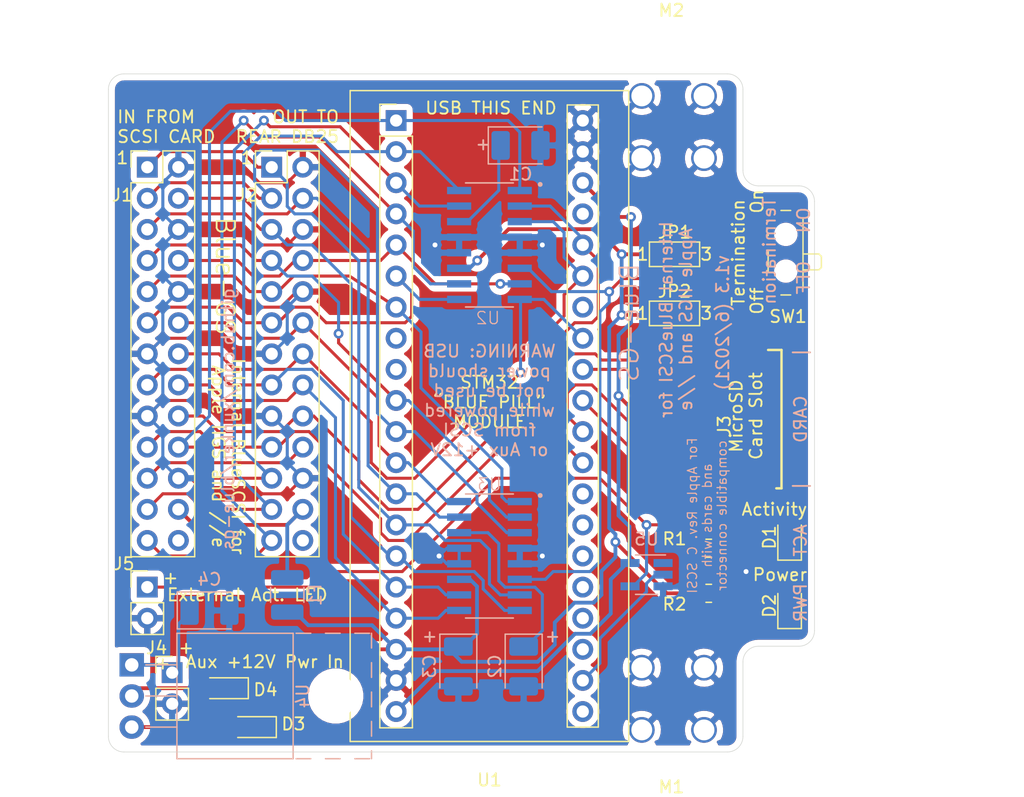
<source format=kicad_pcb>
(kicad_pcb (version 20171130) (host pcbnew "(5.1.8-0-10_14)")
  (layers (0 F.Cu signal) (31 B.Cu signal) (34 B.Paste user) (35 F.Paste user) (36 B.SilkS user) (37 F.SilkS user) (38 B.Mask user) (39 F.Mask user) (44 Edge.Cuts user))
  (net 0 "")
  (net 1 "Net-(U1-Pad37)")
  (net 2 "Net-(U1-Pad34)")
  (net 3 "Net-(U1-Pad8)")
  (net 4 "Net-(U1-Pad9)")
  (net 5 "Net-(U1-Pad28)")
  (net 6 "Net-(U1-Pad25)")
  (net 7 "Net-(U1-Pad24)")
  (net 8 "Net-(U1-Pad23)")
  (net 9 "Net-(U1-Pad21)")
  (net 10 "Net-(J1-Pad26)")
  (net 11 "Net-(J2-Pad26)")
  (net 12 +5V)
  (net 13 GND)
  (net 14 /SCSI_DB4)
  (net 15 /SCSI_DB2)
  (net 16 /SCSI_DB1)
  (net 17 /SCSI_DBP)
  (net 18 /SCSI_SEL)
  (net 19 /SCSI_ATN)
  (net 20 /SCSI_C_D)
  (net 21 /SCSI_DB7)
  (net 22 /SCSI_DB6)
  (net 23 /SCSI_DB5)
  (net 24 /SCSI_DB3)
  (net 25 /SCSI_DB0)
  (net 26 /SCSI_BSY)
  (net 27 /SCSI_ACK)
  (net 28 /SCSI_RST)
  (net 29 /SCSI_I_O)
  (net 30 /SCSI_MSG)
  (net 31 /SCSI_REQ)
  (net 32 /SD_MISO)
  (net 33 /SD_CSK)
  (net 34 +3V3)
  (net 35 /SD_MOSI)
  (net 36 /SD_CS)
  (net 37 "Net-(J3-Pad8)")
  (net 38 "Net-(J3-Pad1)")
  (net 39 "Net-(D2-Pad2)")
  (net 40 "Net-(C1-Pad1)")
  (net 41 "Net-(C2-Pad1)")
  (net 42 /TERM_DISC)
  (net 43 "Net-(D1-Pad1)")
  (net 44 /DEBUG_RX)
  (net 45 /DEBUG_TX)
  (net 46 "Net-(D4-Pad2)")
  (net 47 /+12V_AUX)
  (net 48 /TERM_EN)
  (net 49 /TERM_DIS)
  (net 50 /DISK_ACT)
  (net 51 /REG_OUT)
  (net 52 /SCSI_TERMPWR)
  (net 53 "Net-(D1-Pad2)")
  (net 54 "Net-(U5-Pad1)")
  (module Package_TO_SOT_THT:TO-220-3_Horizontal_TabUp (layer B.Cu) (at 130.81 95.25 270)
    (fp_text reference U4 (at 2.54 -13.97 90) (layer B.SilkS) (effects (justify mirror)))
    (fp_text value MC7805CT-BP)
    (pad 3 thru_hole oval (at 5.08 0 270) (size 1.905 2) (drill 1.1) (layers *.Cu *.Mask) (net 51 /REG_OUT))
    (pad 2 thru_hole oval (at 2.54 0 270) (size 1.905 2) (drill 1.1) (layers *.Cu *.Mask) (net 46 "Net-(D4-Pad2)"))
    (pad 1 thru_hole rect (at 0 0 270) (size 1.905 2) (drill 1.1) (layers *.Cu *.Mask) (net 47 /+12V_AUX))
    (pad "" np_thru_hole oval (at 2.54 -16.66 270) (size 3.5 3.5) (drill 3.5) (layers *.Cu *.Mask))
  )
  (module Package_TO_SOT_SMD:SOT-23-5_HandSoldering (layer B.Cu) (at 172.847 87.884 180)
    (fp_text reference U5 (at 0 2.9) (layer B.SilkS) (effects (justify mirror)))
    (fp_text value SN74LVC1G06DBVR)
    (pad 5 smd rect (at 1.35 0.95 180) (size 1.56 0.65) (layers B.Cu B.Paste B.Mask) (net 34 +3V3))
    (pad 4 smd rect (at 1.35 -0.95 180) (size 1.56 0.65) (layers B.Cu B.Paste B.Mask) (net 53 "Net-(D1-Pad2)"))
    (pad 3 smd rect (at -1.35 -0.95 180) (size 1.56 0.65) (layers B.Cu B.Paste B.Mask) (net 13 GND))
    (pad 2 smd rect (at -1.35 0 180) (size 1.56 0.65) (layers B.Cu B.Paste B.Mask) (net 50 /DISK_ACT))
    (pad 1 smd rect (at -1.35 0.95 180) (size 1.56 0.65) (layers B.Cu B.Paste B.Mask) (net 54 "Net-(U5-Pad1)"))
  )
  (module "my library:keystone-7774" (layer F.Cu) (at 180.721 53.871 180)
    (fp_text reference M2 (at 5.842 12.065) (layer F.SilkS))
    (fp_text value Screw_Terminal_01x01)
    (pad 1 thru_hole circle (at 8.26 5.08 180) (size 2.1 2.1) (drill 1.7) (layers *.Cu *.Mask) (net 13 GND))
    (pad 1 thru_hole circle (at 3.18 5.08 180) (size 2.1 2.1) (drill 1.7) (layers *.Cu *.Mask) (net 13 GND))
    (pad 1 thru_hole circle (at 8.26 0 180) (size 2.1 2.1) (drill 1.7) (layers *.Cu *.Mask) (net 13 GND))
    (pad 1 thru_hole circle (at 3.18 0 180) (size 2.1 2.1) (drill 1.7) (layers *.Cu *.Mask) (net 13 GND))
  )
  (module "my library:keystone-7774" (layer F.Cu) (at 180.721 100.561 180)
    (fp_text reference M1 (at 5.842 -4.649) (layer F.SilkS))
    (fp_text value Screw_Terminal_01x01)
    (pad 1 thru_hole circle (at 8.26 5.08 180) (size 2.1 2.1) (drill 1.7) (layers *.Cu *.Mask) (net 13 GND))
    (pad 1 thru_hole circle (at 3.18 5.08 180) (size 2.1 2.1) (drill 1.7) (layers *.Cu *.Mask) (net 13 GND))
    (pad 1 thru_hole circle (at 8.26 0 180) (size 2.1 2.1) (drill 1.7) (layers *.Cu *.Mask) (net 13 GND))
    (pad 1 thru_hole circle (at 3.18 0 180) (size 2.1 2.1) (drill 1.7) (layers *.Cu *.Mask) (net 13 GND))
  )
  (module Connector_PinHeader_2.54mm:PinHeader_1x02_P2.54mm_Vertical (layer F.Cu) (at 132.08 88.9)
    (fp_text reference J5 (at -1.905 -1.905 180) (layer F.SilkS))
    (fp_text value Conn_01x02_Male)
    (pad 2 thru_hole oval (at 0 2.54) (size 1.7 1.7) (drill 1) (layers *.Cu *.Mask) (net 13 GND))
    (pad 1 thru_hole rect (at 0 0) (size 1.7 1.7) (drill 1) (layers *.Cu *.Mask) (net 53 "Net-(D1-Pad2)"))
  )
  (module Fuse:Fuse_1210_3225Metric (layer B.Cu) (at 143.51 89.535 90)
    (fp_text reference F1 (at 0 2.28 270) (layer B.SilkS) (effects (justify mirror)))
    (fp_text value Fuse)
    (pad 2 smd roundrect (at 1.4 0 90) (size 1.25 2.65) (layers B.Cu B.Paste B.Mask) (roundrect_rratio 0.2) (net 52 /SCSI_TERMPWR))
    (pad 1 smd roundrect (at -1.4 0 90) (size 1.25 2.65) (layers B.Cu B.Paste B.Mask) (roundrect_rratio 0.2) (net 12 +5V))
  )
  (module Jumper:SolderJumper-3_P1.3mm_Open_Pad1.0x1.5mm_NumberLabels (layer F.Cu) (at 175.133 66.548)
    (fp_text reference JP2 (at 0 -1.8) (layer F.SilkS))
    (fp_text value Jumper_3_Open)
    (fp_text user 1 (at -2.6 0) (layer F.SilkS))
    (fp_text user 3 (at 2.6 0) (layer F.SilkS))
    (pad 1 smd rect (at -1.3 0) (size 1 1.5) (layers F.Cu F.Mask) (net 12 +5V))
    (pad 2 smd rect (at 0 0) (size 1 1.5) (layers F.Cu F.Mask) (net 49 /TERM_DIS))
    (pad 3 smd rect (at 1.3 0) (size 1 1.5) (layers F.Cu F.Mask) (net 13 GND))
  )
  (module Jumper:SolderJumper-3_P1.3mm_Open_Pad1.0x1.5mm_NumberLabels (layer F.Cu) (at 175.133 61.722)
    (fp_text reference JP1 (at 0 -1.8) (layer F.SilkS))
    (fp_text value Jumper_3_Open)
    (fp_text user 1 (at -2.6 0) (layer F.SilkS))
    (fp_text user 3 (at 2.6 0) (layer F.SilkS))
    (pad 1 smd rect (at -1.3 0) (size 1 1.5) (layers F.Cu F.Mask) (net 12 +5V))
    (pad 2 smd rect (at 0 0) (size 1 1.5) (layers F.Cu F.Mask) (net 48 /TERM_EN))
    (pad 3 smd rect (at 1.3 0) (size 1 1.5) (layers F.Cu F.Mask) (net 13 GND))
  )
  (module "Molex 105162-0001:105162-0001" (layer F.Cu) (at 177.419 75.184 90)
    (fp_text reference J3 (at -0.549 1.778 90) (layer F.SilkS))
    (fp_text value 105162-0001)
    (pad 15 smd rect (at -2.204 0.105 90) (size 2.91 0.55) (layers F.Cu F.Paste F.Mask))
    (pad 14 smd rect (at 1.986 0.105 90) (size 2.91 0.55) (layers F.Cu F.Paste F.Mask))
    (pad 13 smd rect (at -5.325 4.535 90) (size 1.05 2.39) (layers F.Cu F.Paste F.Mask) (net 13 GND))
    (pad 12 smd rect (at -5.325 1.35 90) (size 1.05 1.2) (layers F.Cu F.Paste F.Mask) (net 13 GND))
    (pad 11 smd rect (at 5.325 0.78 90) (size 1.05 1.2) (layers F.Cu F.Paste F.Mask) (net 13 GND))
    (pad 10 smd rect (at 5.325 3.39 90) (size 1.05 1.08) (layers F.Cu F.Paste F.Mask) (net 13 GND))
    (pad 9 smd rect (at 5.31 4.66 90) (size 0.72 0.78) (layers F.Cu F.Paste F.Mask) (net 13 GND))
    (pad 8 smd rect (at -4.15 7.34 90) (size 0.5 1) (layers F.Cu F.Paste F.Mask) (net 37 "Net-(J3-Pad8)"))
    (pad 7 smd rect (at -3.05 7.34 90) (size 0.5 1) (layers F.Cu F.Paste F.Mask) (net 32 /SD_MISO))
    (pad 6 smd rect (at -1.95 7.34 90) (size 0.5 1) (layers F.Cu F.Paste F.Mask) (net 13 GND))
    (pad 5 smd rect (at -0.85 7.34 90) (size 0.5 1) (layers F.Cu F.Paste F.Mask) (net 33 /SD_CSK))
    (pad 4 smd rect (at 0.25 7.34 90) (size 0.5 1) (layers F.Cu F.Paste F.Mask) (net 34 +3V3))
    (pad 3 smd rect (at 1.35 7.34 90) (size 0.5 1) (layers F.Cu F.Paste F.Mask) (net 35 /SD_MOSI))
    (pad 2 smd rect (at 2.45 7.34 90) (size 0.5 1) (layers F.Cu F.Paste F.Mask) (net 36 /SD_CS))
    (pad 1 smd rect (at 3.55 7.34 90) (size 0.5 1) (layers F.Cu F.Paste F.Mask) (net 38 "Net-(J3-Pad1)"))
  )
  (module Diode_SMD:D_SOD-323_HandSoldering (layer F.Cu) (at 138.43 97.155 180)
    (fp_text reference D4 (at -3.302 -0.127) (layer F.SilkS))
    (fp_text value 1N4001)
    (pad 2 smd rect (at 1.25 0 180) (size 1 1) (layers F.Cu F.Paste F.Mask) (net 46 "Net-(D4-Pad2)"))
    (pad 1 smd rect (at -1.25 0 180) (size 1 1) (layers F.Cu F.Paste F.Mask) (net 13 GND))
  )
  (module Diode_SMD:D_SOD-323_HandSoldering (layer F.Cu) (at 140.716 100.33 180)
    (fp_text reference D3 (at -3.302 0.254) (layer F.SilkS))
    (fp_text value 1N4001)
    (pad 2 smd rect (at 1.25 0 180) (size 1 1) (layers F.Cu F.Paste F.Mask) (net 51 /REG_OUT))
    (pad 1 smd rect (at -1.25 0 180) (size 1 1) (layers F.Cu F.Paste F.Mask) (net 12 +5V))
  )
  (module Connector_PinHeader_2.54mm:PinHeader_1x02_P2.54mm_Vertical (layer F.Cu) (at 134.112 95.885)
    (fp_text reference J4 (at -1.27 -2.032 180) (layer F.SilkS))
    (fp_text value Conn_01x02_Male)
    (pad 2 thru_hole oval (at 0 2.54) (size 1.7 1.7) (drill 1) (layers *.Cu *.Mask) (net 13 GND))
    (pad 1 thru_hole rect (at 0 0) (size 1.7 1.7) (drill 1) (layers *.Cu *.Mask) (net 47 /+12V_AUX))
  )
  (module Capacitor_Tantalum_SMD:CP_EIA-3528-21_Kemet-B_Pad1.50x2.35mm_HandSolder (layer B.Cu) (at 137.16 90.805)
    (fp_text reference C4 (at 0 -2.54 180) (layer B.SilkS) (effects (justify mirror)))
    (fp_text value 10uF)
    (pad 2 smd roundrect (at 1.625 0) (size 1.5 2.35) (layers B.Cu B.Paste B.Mask) (roundrect_rratio 0.1666666666666667) (net 13 GND))
    (pad 1 smd roundrect (at -1.625 0) (size 1.5 2.35) (layers B.Cu B.Paste B.Mask) (roundrect_rratio 0.1666666666666667) (net 47 /+12V_AUX))
  )
  (module Button_Switch_SMD:SW_SPDT_PCM12 (layer F.Cu) (at 183.896 61.595 90)
    (fp_text reference SW1 (at -5.207 0.508) (layer F.SilkS))
    (fp_text value SW_SPDT)
    (pad "" np_thru_hole circle (at -1.5 0.33 90) (size 0.9 0.9) (drill 0.9) (layers *.Cu *.Mask))
    (pad "" np_thru_hole circle (at 1.5 0.33 90) (size 0.9 0.9) (drill 0.9) (layers *.Cu *.Mask))
    (pad 1 smd rect (at -2.25 -1.43 90) (size 0.7 1.5) (layers F.Cu F.Paste F.Mask) (net 49 /TERM_DIS))
    (pad 2 smd rect (at 0.75 -1.43 90) (size 0.7 1.5) (layers F.Cu F.Paste F.Mask) (net 42 /TERM_DISC))
    (pad 3 smd rect (at 2.25 -1.43 90) (size 0.7 1.5) (layers F.Cu F.Paste F.Mask) (net 48 /TERM_EN))
    (pad "" smd rect (at -3.65 1.43 90) (size 1 0.8) (layers F.Cu F.Paste F.Mask))
    (pad "" smd rect (at 3.65 1.43 90) (size 1 0.8) (layers F.Cu F.Paste F.Mask))
    (pad "" smd rect (at 3.65 -0.78 90) (size 1 0.8) (layers F.Cu F.Paste F.Mask))
    (pad "" smd rect (at -3.65 -0.78 90) (size 1 0.8) (layers F.Cu F.Paste F.Mask))
  )
  (module Capacitor_Tantalum_SMD:CP_EIA-3528-21_Kemet-B_Pad1.50x2.35mm_HandSolder (layer B.Cu) (at 157.48 95.377 270)
    (fp_text reference C3 (at 0 2.35 90) (layer B.SilkS) (effects (justify mirror)))
    (fp_text value "4.7uF, 6.3v")
    (pad 2 smd roundrect (at 1.625 0 270) (size 1.5 2.35) (layers B.Cu B.Paste B.Mask) (roundrect_rratio 0.1666666666666667) (net 13 GND))
    (pad 1 smd roundrect (at -1.625 0 270) (size 1.5 2.35) (layers B.Cu B.Paste B.Mask) (roundrect_rratio 0.1666666666666667) (net 12 +5V))
  )
  (module Capacitor_Tantalum_SMD:CP_EIA-3528-21_Kemet-B_Pad1.50x2.35mm_HandSolder (layer B.Cu) (at 162.814 95.377 270)
    (fp_text reference C2 (at 0 2.35 90) (layer B.SilkS) (effects (justify mirror)))
    (fp_text value "4.7uF, 6.3v")
    (pad 2 smd roundrect (at 1.625 0 270) (size 1.5 2.35) (layers B.Cu B.Paste B.Mask) (roundrect_rratio 0.1666666666666667) (net 13 GND))
    (pad 1 smd roundrect (at -1.625 0 270) (size 1.5 2.35) (layers B.Cu B.Paste B.Mask) (roundrect_rratio 0.1666666666666667) (net 41 "Net-(C2-Pad1)"))
  )
  (module Capacitor_Tantalum_SMD:CP_EIA-3528-21_Kemet-B_Pad1.50x2.35mm_HandSolder (layer B.Cu) (at 162.56 52.832)
    (fp_text reference C1 (at 0 2.35) (layer B.SilkS) (effects (justify mirror)))
    (fp_text value "4.7uF, 6.3v")
    (pad 2 smd roundrect (at 1.625 0) (size 1.5 2.35) (layers B.Cu B.Paste B.Mask) (roundrect_rratio 0.1666666666666667) (net 13 GND))
    (pad 1 smd roundrect (at -1.625 0) (size 1.5 2.35) (layers B.Cu B.Paste B.Mask) (roundrect_rratio 0.1666666666666667) (net 40 "Net-(C1-Pad1)"))
  )
  (module LED_SMD:LED_0805_2012Metric_Pad1.15x1.40mm_HandSolder (layer F.Cu) (at 184.531 90.424 90)
    (fp_text reference D2 (at 0 -1.65 90) (layer F.SilkS))
    (fp_text value LED)
    (pad 2 smd roundrect (at 1.025 0 90) (size 1.15 1.4) (layers F.Cu F.Paste F.Mask) (roundrect_rratio 0.2173904347826087) (net 39 "Net-(D2-Pad2)"))
    (pad 1 smd roundrect (at -1.025 0 90) (size 1.15 1.4) (layers F.Cu F.Paste F.Mask) (roundrect_rratio 0.2173904347826087) (net 13 GND))
  )
  (module LED_SMD:LED_0805_2012Metric_Pad1.15x1.40mm_HandSolder (layer F.Cu) (at 184.531 84.836 90)
    (fp_text reference D1 (at 0 -1.65 90) (layer F.SilkS))
    (fp_text value LED)
    (pad 2 smd roundrect (at 1.025 0 90) (size 1.15 1.4) (layers F.Cu F.Paste F.Mask) (roundrect_rratio 0.2173904347826087) (net 53 "Net-(D1-Pad2)"))
    (pad 1 smd roundrect (at -1.025 0 90) (size 1.15 1.4) (layers F.Cu F.Paste F.Mask) (roundrect_rratio 0.2173904347826087) (net 43 "Net-(D1-Pad1)"))
  )
  (module Resistor_SMD:R_0805_2012Metric_Pad1.20x1.40mm_HandSolder (layer F.Cu) (at 177.927 89.408 180)
    (fp_text reference R2 (at 2.794 -0.889) (layer F.SilkS))
    (fp_text value 1K)
    (pad 2 smd roundrect (at 1 0 180) (size 1.2 1.4) (layers F.Cu F.Paste F.Mask) (roundrect_rratio 0.2083325) (net 12 +5V))
    (pad 1 smd roundrect (at -1 0 180) (size 1.2 1.4) (layers F.Cu F.Paste F.Mask) (roundrect_rratio 0.2083325) (net 39 "Net-(D2-Pad2)"))
  )
  (module Resistor_SMD:R_0805_2012Metric_Pad1.20x1.40mm_HandSolder (layer F.Cu) (at 177.927 85.725)
    (fp_text reference R1 (at -2.794 -0.762) (layer F.SilkS))
    (fp_text value 470)
    (pad 2 smd roundrect (at 1 0) (size 1.2 1.4) (layers F.Cu F.Paste F.Mask) (roundrect_rratio 0.2083325) (net 43 "Net-(D1-Pad1)"))
    (pad 1 smd roundrect (at -1 0) (size 1.2 1.4) (layers F.Cu F.Paste F.Mask) (roundrect_rratio 0.2083325) (net 13 GND))
  )
  (module Connector_PinHeader_2.54mm:PinHeader_2x13_P2.54mm_Vertical (layer F.Cu) (at 142.24 54.61)
    (fp_text reference J2 (at -2.032 2.286) (layer F.SilkS))
    (fp_text value Conn_02x13_Odd_Even)
    (pad 26 thru_hole oval (at 2.54 30.48) (size 1.7 1.7) (drill 1) (layers *.Cu *.Mask) (net 11 "Net-(J2-Pad26)"))
    (pad 25 thru_hole oval (at 0 30.48) (size 1.7 1.7) (drill 1) (layers *.Cu *.Mask) (net 21 /SCSI_DB7))
    (pad 24 thru_hole oval (at 2.54 27.94) (size 1.7 1.7) (drill 1) (layers *.Cu *.Mask) (net 52 /SCSI_TERMPWR))
    (pad 23 thru_hole oval (at 0 27.94) (size 1.7 1.7) (drill 1) (layers *.Cu *.Mask) (net 22 /SCSI_DB6))
    (pad 22 thru_hole oval (at 2.54 25.4) (size 1.7 1.7) (drill 1) (layers *.Cu *.Mask) (net 13 GND))
    (pad 21 thru_hole oval (at 0 25.4) (size 1.7 1.7) (drill 1) (layers *.Cu *.Mask) (net 23 /SCSI_DB5))
    (pad 20 thru_hole oval (at 2.54 22.86) (size 1.7 1.7) (drill 1) (layers *.Cu *.Mask) (net 14 /SCSI_DB4))
    (pad 19 thru_hole oval (at 0 22.86) (size 1.7 1.7) (drill 1) (layers *.Cu *.Mask) (net 24 /SCSI_DB3))
    (pad 18 thru_hole oval (at 2.54 20.32) (size 1.7 1.7) (drill 1) (layers *.Cu *.Mask) (net 15 /SCSI_DB2))
    (pad 17 thru_hole oval (at 0 20.32) (size 1.7 1.7) (drill 1) (layers *.Cu *.Mask) (net 13 GND))
    (pad 16 thru_hole oval (at 2.54 17.78) (size 1.7 1.7) (drill 1) (layers *.Cu *.Mask) (net 16 /SCSI_DB1))
    (pad 15 thru_hole oval (at 0 17.78) (size 1.7 1.7) (drill 1) (layers *.Cu *.Mask) (net 25 /SCSI_DB0))
    (pad 14 thru_hole oval (at 2.54 15.24) (size 1.7 1.7) (drill 1) (layers *.Cu *.Mask) (net 17 /SCSI_DBP))
    (pad 13 thru_hole oval (at 0 15.24) (size 1.7 1.7) (drill 1) (layers *.Cu *.Mask) (net 13 GND))
    (pad 12 thru_hole oval (at 2.54 12.7) (size 1.7 1.7) (drill 1) (layers *.Cu *.Mask) (net 18 /SCSI_SEL))
    (pad 11 thru_hole oval (at 0 12.7) (size 1.7 1.7) (drill 1) (layers *.Cu *.Mask) (net 26 /SCSI_BSY))
    (pad 10 thru_hole oval (at 2.54 10.16) (size 1.7 1.7) (drill 1) (layers *.Cu *.Mask) (net 13 GND))
    (pad 9 thru_hole oval (at 0 10.16) (size 1.7 1.7) (drill 1) (layers *.Cu *.Mask) (net 27 /SCSI_ACK))
    (pad 8 thru_hole oval (at 2.54 7.62) (size 1.7 1.7) (drill 1) (layers *.Cu *.Mask) (net 19 /SCSI_ATN))
    (pad 7 thru_hole oval (at 0 7.62) (size 1.7 1.7) (drill 1) (layers *.Cu *.Mask) (net 28 /SCSI_RST))
    (pad 6 thru_hole oval (at 2.54 5.08) (size 1.7 1.7) (drill 1) (layers *.Cu *.Mask) (net 13 GND))
    (pad 5 thru_hole oval (at 0 5.08) (size 1.7 1.7) (drill 1) (layers *.Cu *.Mask) (net 29 /SCSI_I_O))
    (pad 4 thru_hole oval (at 2.54 2.54) (size 1.7 1.7) (drill 1) (layers *.Cu *.Mask) (net 20 /SCSI_C_D))
    (pad 3 thru_hole oval (at 0 2.54) (size 1.7 1.7) (drill 1) (layers *.Cu *.Mask) (net 30 /SCSI_MSG))
    (pad 2 thru_hole oval (at 2.54 0) (size 1.7 1.7) (drill 1) (layers *.Cu *.Mask) (net 13 GND))
    (pad 1 thru_hole rect (at 0 0) (size 1.7 1.7) (drill 1) (layers *.Cu *.Mask) (net 31 /SCSI_REQ))
  )
  (module "my library:YAAJ_BluePill_2" (layer F.Cu) (at 152.4 50.8)
    (fp_text reference U1 (at 7.62 53.848) (layer F.SilkS))
    (fp_text value YAAJ_BluePill hide)
    (pad 40 thru_hole circle (at 15.24 0) (size 1.7 1.7) (drill 1) (layers *.Cu *.Mask) (net 13 GND))
    (pad 1 thru_hole rect (at 0 0) (size 1.7 1.7) (drill 1) (layers *.Cu *.Mask) (net 14 /SCSI_DB4))
    (pad 39 thru_hole circle (at 15.24 2.54) (size 1.7 1.7) (drill 1) (layers *.Cu *.Mask) (net 13 GND))
    (pad 2 thru_hole circle (at 0 2.54) (size 1.7 1.7) (drill 1) (layers *.Cu *.Mask) (net 23 /SCSI_DB5))
    (pad 38 thru_hole circle (at 15.24 5.08) (size 1.7 1.7) (drill 1) (layers *.Cu *.Mask) (net 34 +3V3))
    (pad 3 thru_hole circle (at 0 5.08) (size 1.7 1.7) (drill 1) (layers *.Cu *.Mask) (net 22 /SCSI_DB6))
    (pad 37 thru_hole circle (at 15.24 7.62) (size 1.7 1.7) (drill 1) (layers *.Cu *.Mask) (net 1 "Net-(U1-Pad37)"))
    (pad 4 thru_hole circle (at 0 7.62) (size 1.7 1.7) (drill 1) (layers *.Cu *.Mask) (net 21 /SCSI_DB7))
    (pad 36 thru_hole circle (at 15.24 10.16) (size 1.7 1.7) (drill 1) (layers *.Cu *.Mask) (net 24 /SCSI_DB3))
    (pad 5 thru_hole circle (at 0 10.16) (size 1.7 1.7) (drill 1) (layers *.Cu *.Mask) (net 19 /SCSI_ATN))
    (pad 35 thru_hole circle (at 15.24 12.7) (size 1.7 1.7) (drill 1) (layers *.Cu *.Mask) (net 15 /SCSI_DB2))
    (pad 6 thru_hole circle (at 0 12.7) (size 1.7 1.7) (drill 1) (layers *.Cu *.Mask) (net 26 /SCSI_BSY))
    (pad 34 thru_hole circle (at 15.24 15.24) (size 1.7 1.7) (drill 1) (layers *.Cu *.Mask) (net 2 "Net-(U1-Pad34)"))
    (pad 7 thru_hole circle (at 0 15.24) (size 1.7 1.7) (drill 1) (layers *.Cu *.Mask) (net 27 /SCSI_ACK))
    (pad 33 thru_hole circle (at 15.24 17.78) (size 1.7 1.7) (drill 1) (layers *.Cu *.Mask) (net 17 /SCSI_DBP))
    (pad 8 thru_hole circle (at 0 17.78) (size 1.7 1.7) (drill 1) (layers *.Cu *.Mask) (net 3 "Net-(U1-Pad8)"))
    (pad 32 thru_hole circle (at 15.24 20.32) (size 1.7 1.7) (drill 1) (layers *.Cu *.Mask) (net 35 /SD_MOSI))
    (pad 9 thru_hole circle (at 0 20.32) (size 1.7 1.7) (drill 1) (layers *.Cu *.Mask) (net 4 "Net-(U1-Pad9)"))
    (pad 31 thru_hole circle (at 15.24 22.86) (size 1.7 1.7) (drill 1) (layers *.Cu *.Mask) (net 32 /SD_MISO))
    (pad 10 thru_hole circle (at 0 22.86) (size 1.7 1.7) (drill 1) (layers *.Cu *.Mask) (net 28 /SCSI_RST))
    (pad 30 thru_hole circle (at 15.24 25.4) (size 1.7 1.7) (drill 1) (layers *.Cu *.Mask) (net 33 /SD_CSK))
    (pad 11 thru_hole circle (at 0 25.4) (size 1.7 1.7) (drill 1) (layers *.Cu *.Mask) (net 30 /SCSI_MSG))
    (pad 29 thru_hole circle (at 15.24 27.94) (size 1.7 1.7) (drill 1) (layers *.Cu *.Mask) (net 36 /SD_CS))
    (pad 12 thru_hole circle (at 0 27.94) (size 1.7 1.7) (drill 1) (layers *.Cu *.Mask) (net 18 /SCSI_SEL))
    (pad 28 thru_hole circle (at 15.24 30.48) (size 1.7 1.7) (drill 1) (layers *.Cu *.Mask) (net 5 "Net-(U1-Pad28)"))
    (pad 13 thru_hole circle (at 0 30.48) (size 1.7 1.7) (drill 1) (layers *.Cu *.Mask) (net 20 /SCSI_C_D))
    (pad 27 thru_hole circle (at 15.24 33.02) (size 1.7 1.7) (drill 1) (layers *.Cu *.Mask) (net 44 /DEBUG_RX))
    (pad 14 thru_hole circle (at 0 33.02) (size 1.7 1.7) (drill 1) (layers *.Cu *.Mask) (net 31 /SCSI_REQ))
    (pad 26 thru_hole circle (at 15.24 35.56) (size 1.7 1.7) (drill 1) (layers *.Cu *.Mask) (net 45 /DEBUG_TX))
    (pad 15 thru_hole circle (at 0 35.56) (size 1.7 1.7) (drill 1) (layers *.Cu *.Mask) (net 29 /SCSI_I_O))
    (pad 25 thru_hole circle (at 15.24 38.1) (size 1.7 1.7) (drill 1) (layers *.Cu *.Mask) (net 6 "Net-(U1-Pad25)"))
    (pad 16 thru_hole circle (at 0 38.1) (size 1.7 1.7) (drill 1) (layers *.Cu *.Mask) (net 25 /SCSI_DB0))
    (pad 24 thru_hole circle (at 15.24 40.64) (size 1.7 1.7) (drill 1) (layers *.Cu *.Mask) (net 7 "Net-(U1-Pad24)"))
    (pad 17 thru_hole circle (at 0 40.64) (size 1.7 1.7) (drill 1) (layers *.Cu *.Mask) (net 16 /SCSI_DB1))
    (pad 23 thru_hole circle (at 15.24 43.18) (size 1.7 1.7) (drill 1) (layers *.Cu *.Mask) (net 8 "Net-(U1-Pad23)"))
    (pad 18 thru_hole circle (at 0 43.18) (size 1.7 1.7) (drill 1) (layers *.Cu *.Mask) (net 12 +5V))
    (pad 22 thru_hole circle (at 15.24 45.72) (size 1.7 1.7) (drill 1) (layers *.Cu *.Mask) (net 50 /DISK_ACT))
    (pad 19 thru_hole circle (at 0 45.72) (size 1.7 1.7) (drill 1) (layers *.Cu *.Mask) (net 13 GND))
    (pad 21 thru_hole circle (at 15.24 48.26) (size 1.7 1.7) (drill 1) (layers *.Cu *.Mask) (net 9 "Net-(U1-Pad21)"))
    (pad 20 thru_hole circle (at 0 48.26) (size 1.7 1.7) (drill 1) (layers *.Cu *.Mask) (net 34 +3V3))
  )
  (module "my library:SOIC127P600X175-16N" (layer B.Cu) (at 160.02 86.36 180)
    (fp_text reference U3 (at 0 5.842) (layer B.SilkS) (effects (font (thickness 0.1)) (justify mirror)))
    (fp_text value "UC560x, UCC56xx")
    (pad 1 smd rect (at -2.475 4.445 180) (size 1.97 0.6) (layers B.Cu B.Paste B.Mask) (net 27 /SCSI_ACK))
    (pad 2 smd rect (at -2.475 3.175 180) (size 1.97 0.6) (layers B.Cu B.Paste B.Mask) (net 28 /SCSI_RST))
    (pad 3 smd rect (at -2.475 1.905 180) (size 1.97 0.6) (layers B.Cu B.Paste B.Mask) (net 30 /SCSI_MSG))
    (pad 4 smd rect (at -2.475 0.635 180) (size 1.97 0.6) (layers B.Cu B.Paste B.Mask) (net 13 GND))
    (pad 5 smd rect (at -2.475 -0.635 180) (size 1.97 0.6) (layers B.Cu B.Paste B.Mask) (net 13 GND))
    (pad 6 smd rect (at -2.475 -1.905 180) (size 1.97 0.6) (layers B.Cu B.Paste B.Mask) (net 42 /TERM_DISC))
    (pad 7 smd rect (at -2.475 -3.175 180) (size 1.97 0.6) (layers B.Cu B.Paste B.Mask) (net 31 /SCSI_REQ))
    (pad 8 smd rect (at -2.475 -4.445 180) (size 1.97 0.6) (layers B.Cu B.Paste B.Mask) (net 29 /SCSI_I_O))
    (pad 9 smd rect (at 2.475 -4.445 180) (size 1.97 0.6) (layers B.Cu B.Paste B.Mask) (net 16 /SCSI_DB1))
    (pad 10 smd rect (at 2.475 -3.175 180) (size 1.97 0.6) (layers B.Cu B.Paste B.Mask) (net 25 /SCSI_DB0))
    (pad 11 smd rect (at 2.475 -1.905 180) (size 1.97 0.6) (layers B.Cu B.Paste B.Mask) (net 12 +5V))
    (pad 12 smd rect (at 2.475 -0.635 180) (size 1.97 0.6) (layers B.Cu B.Paste B.Mask) (net 13 GND))
    (pad 13 smd rect (at 2.475 0.635 180) (size 1.97 0.6) (layers B.Cu B.Paste B.Mask) (net 13 GND))
    (pad 14 smd rect (at 2.475 1.905 180) (size 1.97 0.6) (layers B.Cu B.Paste B.Mask) (net 41 "Net-(C2-Pad1)"))
    (pad 15 smd rect (at 2.475 3.175 180) (size 1.97 0.6) (layers B.Cu B.Paste B.Mask) (net 20 /SCSI_C_D))
    (pad 16 smd rect (at 2.475 4.445 180) (size 1.97 0.6) (layers B.Cu B.Paste B.Mask) (net 18 /SCSI_SEL))
  )
  (module "my library:SOIC127P600X175-16N" (layer B.Cu) (at 160.02 60.96 180)
    (fp_text reference U2 (at 0.127 -5.969) (layer B.SilkS) (effects (font (thickness 0.1)) (justify mirror)))
    (fp_text value "UC560x, UCC56xx")
    (pad 1 smd rect (at -2.475 4.445 180) (size 1.97 0.6) (layers B.Cu B.Paste B.Mask) (net 14 /SCSI_DB4))
    (pad 2 smd rect (at -2.475 3.175 180) (size 1.97 0.6) (layers B.Cu B.Paste B.Mask) (net 24 /SCSI_DB3))
    (pad 3 smd rect (at -2.475 1.905 180) (size 1.97 0.6) (layers B.Cu B.Paste B.Mask) (net 15 /SCSI_DB2))
    (pad 4 smd rect (at -2.475 0.635 180) (size 1.97 0.6) (layers B.Cu B.Paste B.Mask) (net 13 GND))
    (pad 5 smd rect (at -2.475 -0.635 180) (size 1.97 0.6) (layers B.Cu B.Paste B.Mask) (net 13 GND))
    (pad 6 smd rect (at -2.475 -1.905 180) (size 1.97 0.6) (layers B.Cu B.Paste B.Mask) (net 42 /TERM_DISC))
    (pad 7 smd rect (at -2.475 -3.175 180) (size 1.97 0.6) (layers B.Cu B.Paste B.Mask) (net 19 /SCSI_ATN))
    (pad 8 smd rect (at -2.475 -4.445 180) (size 1.97 0.6) (layers B.Cu B.Paste B.Mask) (net 17 /SCSI_DBP))
    (pad 9 smd rect (at 2.475 -4.445 180) (size 1.97 0.6) (layers B.Cu B.Paste B.Mask) (net 26 /SCSI_BSY))
    (pad 10 smd rect (at 2.475 -3.175 180) (size 1.97 0.6) (layers B.Cu B.Paste B.Mask) (net 21 /SCSI_DB7))
    (pad 11 smd rect (at 2.475 -1.905 180) (size 1.97 0.6) (layers B.Cu B.Paste B.Mask) (net 12 +5V))
    (pad 12 smd rect (at 2.475 -0.635 180) (size 1.97 0.6) (layers B.Cu B.Paste B.Mask) (net 13 GND))
    (pad 13 smd rect (at 2.475 0.635 180) (size 1.97 0.6) (layers B.Cu B.Paste B.Mask) (net 13 GND))
    (pad 14 smd rect (at 2.475 1.905 180) (size 1.97 0.6) (layers B.Cu B.Paste B.Mask) (net 40 "Net-(C1-Pad1)"))
    (pad 15 smd rect (at 2.475 3.175 180) (size 1.97 0.6) (layers B.Cu B.Paste B.Mask) (net 22 /SCSI_DB6))
    (pad 16 smd rect (at 2.475 4.445 180) (size 1.97 0.6) (layers B.Cu B.Paste B.Mask) (net 23 /SCSI_DB5))
  )
  (module Connector_PinHeader_2.54mm:PinHeader_2x13_P2.54mm_Vertical (layer F.Cu) (at 132.08 54.61)
    (fp_text reference J1 (at -2.032 2.286) (layer F.SilkS))
    (fp_text value Conn_02x13_Odd_Even)
    (pad 26 thru_hole oval (at 2.54 30.48) (size 1.7 1.7) (drill 1) (layers *.Cu *.Mask) (net 10 "Net-(J1-Pad26)"))
    (pad 25 thru_hole oval (at 0 30.48) (size 1.7 1.7) (drill 1) (layers *.Cu *.Mask) (net 21 /SCSI_DB7))
    (pad 24 thru_hole oval (at 2.54 27.94) (size 1.7 1.7) (drill 1) (layers *.Cu *.Mask) (net 52 /SCSI_TERMPWR))
    (pad 23 thru_hole oval (at 0 27.94) (size 1.7 1.7) (drill 1) (layers *.Cu *.Mask) (net 22 /SCSI_DB6))
    (pad 22 thru_hole oval (at 2.54 25.4) (size 1.7 1.7) (drill 1) (layers *.Cu *.Mask) (net 13 GND))
    (pad 21 thru_hole oval (at 0 25.4) (size 1.7 1.7) (drill 1) (layers *.Cu *.Mask) (net 23 /SCSI_DB5))
    (pad 20 thru_hole oval (at 2.54 22.86) (size 1.7 1.7) (drill 1) (layers *.Cu *.Mask) (net 14 /SCSI_DB4))
    (pad 19 thru_hole oval (at 0 22.86) (size 1.7 1.7) (drill 1) (layers *.Cu *.Mask) (net 24 /SCSI_DB3))
    (pad 18 thru_hole oval (at 2.54 20.32) (size 1.7 1.7) (drill 1) (layers *.Cu *.Mask) (net 15 /SCSI_DB2))
    (pad 17 thru_hole oval (at 0 20.32) (size 1.7 1.7) (drill 1) (layers *.Cu *.Mask) (net 13 GND))
    (pad 16 thru_hole oval (at 2.54 17.78) (size 1.7 1.7) (drill 1) (layers *.Cu *.Mask) (net 16 /SCSI_DB1))
    (pad 15 thru_hole oval (at 0 17.78) (size 1.7 1.7) (drill 1) (layers *.Cu *.Mask) (net 25 /SCSI_DB0))
    (pad 14 thru_hole oval (at 2.54 15.24) (size 1.7 1.7) (drill 1) (layers *.Cu *.Mask) (net 17 /SCSI_DBP))
    (pad 13 thru_hole oval (at 0 15.24) (size 1.7 1.7) (drill 1) (layers *.Cu *.Mask) (net 13 GND))
    (pad 12 thru_hole oval (at 2.54 12.7) (size 1.7 1.7) (drill 1) (layers *.Cu *.Mask) (net 18 /SCSI_SEL))
    (pad 11 thru_hole oval (at 0 12.7) (size 1.7 1.7) (drill 1) (layers *.Cu *.Mask) (net 26 /SCSI_BSY))
    (pad 10 thru_hole oval (at 2.54 10.16) (size 1.7 1.7) (drill 1) (layers *.Cu *.Mask) (net 13 GND))
    (pad 9 thru_hole oval (at 0 10.16) (size 1.7 1.7) (drill 1) (layers *.Cu *.Mask) (net 27 /SCSI_ACK))
    (pad 8 thru_hole oval (at 2.54 7.62) (size 1.7 1.7) (drill 1) (layers *.Cu *.Mask) (net 19 /SCSI_ATN))
    (pad 7 thru_hole oval (at 0 7.62) (size 1.7 1.7) (drill 1) (layers *.Cu *.Mask) (net 28 /SCSI_RST))
    (pad 6 thru_hole oval (at 2.54 5.08) (size 1.7 1.7) (drill 1) (layers *.Cu *.Mask) (net 13 GND))
    (pad 5 thru_hole oval (at 0 5.08) (size 1.7 1.7) (drill 1) (layers *.Cu *.Mask) (net 29 /SCSI_I_O))
    (pad 4 thru_hole oval (at 2.54 2.54) (size 1.7 1.7) (drill 1) (layers *.Cu *.Mask) (net 20 /SCSI_C_D))
    (pad 3 thru_hole oval (at 0 2.54) (size 1.7 1.7) (drill 1) (layers *.Cu *.Mask) (net 30 /SCSI_MSG))
    (pad 2 thru_hole oval (at 2.54 0) (size 1.7 1.7) (drill 1) (layers *.Cu *.Mask) (net 13 GND))
    (pad 1 thru_hole rect (at 0 0) (size 1.7 1.7) (drill 1) (layers *.Cu *.Mask) (net 31 /SCSI_REQ))
  )
  (gr_text "|    CARD    |" (at 185.42 75.184 90) (layer B.SilkS) (effects (font (size 1 1)) (justify mirror)))
  (gr_text "External Act. LED" (at 133.604 89.535) (layer F.SilkS) (effects (font (size 1 1)) (justify left)))
  (gr_text + (at 133.985 88.265 180) (layer F.SilkS) (effects (font (size 1 1))))
  (gr_text Blue-GS (at 138.43 63.5 270) (layer F.SilkS) (effects (font (size 1.5 1.5))))
  (gr_text "v1.3 (6/2021)" (at 179.07 67.31 90) (layer B.SilkS) (effects (font (size 1 1)) (justify mirror)))
  (gr_text Blue-GS (at 171.45 67.31 90) (layer B.SilkS) (effects (font (size 1.5 1.5)) (justify mirror)))
  (gr_text + (at 133.35 95.25 180) (layer F.SilkS) (effects (font (size 1 1))))
  (gr_text + (at 135.255 93.98 180) (layer F.SilkS) (effects (font (size 1 1))))
  (gr_text "Aux +12V Pwr In" (at 135.128 94.996) (layer F.SilkS) (effects (font (size 1 1)) (justify left)))
  (gr_text "Internal BlueSCSI for\nApple IIGS and //e" (at 175.26 67.056 90) (layer B.SilkS) (effects (font (size 1 1)) (justify mirror)))
  (gr_arc (start 181.991 94.996) (end 181.991 93.726) (angle -90) (layer Edge.Cuts) (width 0.05))
  (gr_arc (start 181.991 54.864) (end 180.721 54.864) (angle -90) (layer Edge.Cuts) (width 0.05))
  (gr_arc (start 185.293 57.404) (end 186.563 57.404) (angle -90) (layer Edge.Cuts) (width 0.05))
  (gr_arc (start 185.293 92.456) (end 185.293 93.726) (angle -90) (layer Edge.Cuts) (width 0.05))
  (gr_arc (start 130.175 101.092) (end 128.905 101.092) (angle -90) (layer Edge.Cuts) (width 0.05))
  (gr_arc (start 179.451 101.092) (end 179.451 102.362) (angle -90) (layer Edge.Cuts) (width 0.05))
  (gr_arc (start 179.451 48.26) (end 180.721 48.26) (angle -90) (layer Edge.Cuts) (width 0.05))
  (gr_arc (start 130.175 48.26) (end 130.175 46.99) (angle -90) (layer Edge.Cuts) (width 0.05))
  (gr_text "WARNING: USB\npower should\nnot be used\nwhile powered\nfrom SCSI\nor Aux +12V" (at 160.02 73.66) (layer B.SilkS) (effects (font (size 1 1)) (justify mirror)))
  (gr_line (start 181.991 93.726) (end 185.293 93.726) (layer Edge.Cuts) (width 0.05))
  (gr_line (start 180.721 94.996) (end 180.721 101.092) (layer Edge.Cuts) (width 0.05))
  (gr_line (start 181.991 56.134) (end 185.293 56.134) (layer Edge.Cuts) (width 0.05))
  (gr_line (start 180.721 48.26) (end 180.721 54.864) (layer Edge.Cuts) (width 0.05))
  (gr_text "For Apple Rev. C SCSI\nand cards with\ncompatible connector" (at 177.8 83.058 90) (layer B.SilkS) (effects (font (size 0.75 0.75) (thickness 0.1)) (justify mirror)))
  (gr_text "MicroSD\nCard Slot" (at 180.975 74.93 90) (layer F.SilkS) (effects (font (size 1 1))))
  (gr_text Off (at 181.864 65.532 90) (layer F.SilkS) (effects (font (size 1 1))))
  (gr_text On (at 181.864 57.404 90) (layer F.SilkS) (effects (font (size 1 1))))
  (gr_text Termination (at 180.34 61.595 90) (layer F.SilkS) (effects (font (size 1 1))))
  (gr_text Power (at 186.055 87.884) (layer F.SilkS) (effects (font (size 1 1)) (justify right)))
  (gr_text Activity (at 186.055 82.55) (layer F.SilkS) (effects (font (size 1 1)) (justify right)))
  (gr_text github.com/xunker/blue-gs (at 138.684 75.184 90) (layer B.SilkS) (effects (font (size 1 1)) (justify mirror)))
  (gr_text "Internal BlueSCSI for\nApple IIGS and //e\n" (at 138.684 78.232 270) (layer F.SilkS) (effects (font (size 1 1))))
  (gr_text + (at 155.067 92.964 90) (layer B.SilkS) (effects (font (size 1 1)) (justify mirror)))
  (gr_text + (at 165.1 92.964 90) (layer B.SilkS) (effects (font (size 1 1)) (justify mirror)))
  (gr_text + (at 159.512 52.705) (layer B.SilkS) (effects (font (size 1 1)) (justify mirror)))
  (gr_text "ON   OFF" (at 185.674 61.468 90) (layer B.SilkS) (effects (font (size 1 1)) (justify mirror)))
  (gr_text PWR (at 185.42 90.17 90) (layer B.SilkS) (effects (font (size 1 1)) (justify mirror)))
  (gr_text ACT (at 185.42 85.09 90) (layer B.SilkS) (effects (font (size 1 1)) (justify mirror)))
  (gr_text Termination (at 182.88 61.468 90) (layer B.SilkS) (effects (font (size 1 1)) (justify mirror)))
  (gr_text "STM32\n“BLUE PILL”\nMODULE" (at 160.02 73.787) (layer F.SilkS) (effects (font (size 1 1))))
  (gr_text 1 (at 130.048 53.848) (layer F.SilkS) (effects (font (size 1 1))))
  (gr_text 1 (at 140.208 53.848) (layer F.SilkS) (effects (font (size 1 1))))
  (gr_text "USB THIS END" (at 160.147 49.784) (layer F.SilkS) (effects (font (size 1 1))))
  (gr_text "OUT TO\nREAR DB25\n" (at 147.828 51.308) (layer F.SilkS) (effects (font (size 1 1)) (justify right)))
  (gr_text "IN FROM\nSCSI CARD" (at 129.54 51.308) (layer F.SilkS) (effects (font (size 1 1)) (justify left)))
  (gr_line (start 130.175 46.99) (end 179.451 46.99) (layer Edge.Cuts) (width 0.05))
  (gr_line (start 128.905 101.092) (end 128.905 48.26) (layer Edge.Cuts) (width 0.05))
  (gr_line (start 179.451 102.362) (end 130.175 102.362) (layer Edge.Cuts) (width 0.05))
  (gr_line (start 186.563 57.404) (end 186.563 92.456) (layer Edge.Cuts) (width 0.05))
  (via (at 159.02532 62.233641) (size 0.8) (drill 0.4) (layers F.Cu B.Cu) (net 12))
  (segment (start 157.545 62.865) (end 158.393961 62.865) (width 0.31) (layer B.Cu) (net 12))
  (segment (start 158.393961 62.865) (end 159.02532 62.233641) (width 0.31) (layer B.Cu) (net 12))
  (segment (start 159.004 92.71) (end 157.734 93.98) (width 0.31) (layer B.Cu) (net 12))
  (segment (start 159.004 88.8425) (end 159.004 92.71) (width 0.31) (layer B.Cu) (net 12))
  (segment (start 157.734 93.98) (end 152.4 93.98) (width 0.31) (layer B.Cu) (net 12))
  (segment (start 158.4265 88.265) (end 159.004 88.8425) (width 0.31) (layer B.Cu) (net 12))
  (segment (start 157.545 88.265) (end 158.4265 88.265) (width 0.31) (layer B.Cu) (net 12))
  (segment (start 161.58796 59.671001) (end 168.764001 59.671001) (width 0.31) (layer F.Cu) (net 12))
  (segment (start 173.833 61.722) (end 170.815 61.722) (width 0.31) (layer F.Cu) (net 12))
  (segment (start 159.02532 62.233641) (end 161.58796 59.671001) (width 0.31) (layer F.Cu) (net 12))
  (segment (start 168.764001 59.671001) (end 170.815 61.722) (width 0.31) (layer F.Cu) (net 12))
  (via (at 170.815 61.722) (size 0.8) (drill 0.4) (layers F.Cu B.Cu) (net 12))
  (segment (start 170.814998 66.675) (end 170.814998 61.722002) (width 0.31) (layer B.Cu) (net 12))
  (segment (start 173.579 66.675) (end 170.814998 66.675) (width 0.31) (layer F.Cu) (net 12))
  (segment (start 170.814998 61.722002) (end 170.815 61.722) (width 0.31) (layer B.Cu) (net 12))
  (segment (start 173.833 66.421) (end 173.579 66.675) (width 0.31) (layer F.Cu) (net 12))
  (via (at 170.814998 66.675) (size 0.8) (drill 0.4) (layers F.Cu B.Cu) (net 12))
  (segment (start 145.415 93.98) (end 152.4 93.98) (width 0.31) (layer F.Cu) (net 12))
  (segment (start 141.966 97.429) (end 145.415 93.98) (width 0.31) (layer F.Cu) (net 12))
  (segment (start 141.966 100.33) (end 141.966 97.429) (width 0.31) (layer F.Cu) (net 12))
  (segment (start 145.2245 92.0115) (end 150.4315 92.0115) (width 0.31) (layer B.Cu) (net 12))
  (segment (start 144.018 90.805) (end 145.2245 92.0115) (width 0.31) (layer B.Cu) (net 12))
  (segment (start 150.4315 92.0115) (end 152.4 93.98) (width 0.31) (layer B.Cu) (net 12))
  (segment (start 143.51 90.805) (end 144.018 90.805) (width 0.31) (layer B.Cu) (net 12))
  (segment (start 174.498 89.408) (end 170.307 85.217) (width 0.31) (layer F.Cu) (net 12))
  (segment (start 176.927 89.408) (end 174.498 89.408) (width 0.31) (layer F.Cu) (net 12))
  (via (at 170.307 85.217) (size 0.8) (drill 0.4) (layers F.Cu B.Cu) (net 12))
  (segment (start 170.307 84.582) (end 170.307 85.217) (width 0.31) (layer B.Cu) (net 12))
  (segment (start 169.799 84.074) (end 170.307 84.582) (width 0.31) (layer B.Cu) (net 12))
  (segment (start 169.799 67.691) (end 169.799 84.074) (width 0.31) (layer B.Cu) (net 12))
  (segment (start 170.814998 66.675002) (end 169.799 67.691) (width 0.31) (layer B.Cu) (net 12))
  (segment (start 170.814998 66.675) (end 170.814998 66.675002) (width 0.31) (layer B.Cu) (net 12))
  (segment (start 169.164 89.535) (end 169.164 87.59825) (width 0.31) (layer B.Cu) (net 12))
  (segment (start 169.164 87.59825) (end 170.307 86.45525) (width 0.31) (layer B.Cu) (net 12))
  (segment (start 168.529 90.17) (end 169.164 89.535) (width 0.31) (layer B.Cu) (net 12))
  (segment (start 170.307 86.45525) (end 170.307 85.217) (width 0.31) (layer B.Cu) (net 12))
  (segment (start 165.354 93.599) (end 165.354 91.7879) (width 0.31) (layer B.Cu) (net 12))
  (segment (start 163.957 94.996) (end 165.354 93.599) (width 0.31) (layer B.Cu) (net 12))
  (segment (start 157.7475 94.996) (end 163.957 94.996) (width 0.31) (layer B.Cu) (net 12))
  (segment (start 166.9719 90.17) (end 168.529 90.17) (width 0.31) (layer B.Cu) (net 12))
  (segment (start 165.354 91.7879) (end 166.9719 90.17) (width 0.31) (layer B.Cu) (net 12))
  (segment (start 156.718 93.9665) (end 157.7475 94.996) (width 0.31) (layer B.Cu) (net 12))
  (segment (start 157.545 85.725) (end 157.545 86.995) (width 0.25) (layer B.Cu) (net 13))
  (segment (start 157.545 60.325) (end 162.495 60.325) (width 0.25) (layer B.Cu) (net 13))
  (segment (start 157.418 61.468) (end 157.545 61.595) (width 0.25) (layer B.Cu) (net 13))
  (via (at 155.575 60.96) (size 0.8) (drill 0.4) (layers F.Cu B.Cu) (net 13))
  (segment (start 143.51 60.96) (end 144.78 59.69) (width 0.25) (layer F.Cu) (net 13))
  (segment (start 139.954 59.69) (end 141.224 60.96) (width 0.25) (layer F.Cu) (net 13))
  (segment (start 141.224 60.96) (end 143.51 60.96) (width 0.25) (layer F.Cu) (net 13))
  (segment (start 134.62 59.69) (end 139.954 59.69) (width 0.25) (layer F.Cu) (net 13))
  (segment (start 143.51 81.28) (end 144.78 80.01) (width 0.25) (layer F.Cu) (net 13))
  (segment (start 136.906 81.28) (end 143.51 81.28) (width 0.25) (layer F.Cu) (net 13))
  (segment (start 135.636 80.01) (end 136.906 81.28) (width 0.25) (layer F.Cu) (net 13))
  (segment (start 134.62 80.01) (end 135.636 80.01) (width 0.25) (layer F.Cu) (net 13))
  (segment (start 133.35 73.66) (end 132.08 74.93) (width 0.25) (layer F.Cu) (net 13))
  (segment (start 136.906 73.66) (end 133.35 73.66) (width 0.25) (layer F.Cu) (net 13))
  (segment (start 138.176 74.93) (end 136.906 73.66) (width 0.25) (layer F.Cu) (net 13))
  (segment (start 142.24 74.93) (end 138.176 74.93) (width 0.25) (layer F.Cu) (net 13))
  (segment (start 139.446 69.85) (end 142.24 69.85) (width 0.25) (layer F.Cu) (net 13))
  (segment (start 133.35 68.58) (end 138.176 68.58) (width 0.25) (layer F.Cu) (net 13))
  (segment (start 138.176 68.58) (end 139.446 69.85) (width 0.25) (layer F.Cu) (net 13))
  (segment (start 132.08 69.85) (end 133.35 68.58) (width 0.25) (layer F.Cu) (net 13))
  (segment (start 143.51 55.88) (end 144.78 54.61) (width 0.25) (layer F.Cu) (net 13))
  (segment (start 141.224 55.88) (end 143.51 55.88) (width 0.25) (layer F.Cu) (net 13))
  (segment (start 139.954 54.61) (end 141.224 55.88) (width 0.25) (layer F.Cu) (net 13))
  (segment (start 134.62 54.61) (end 139.954 54.61) (width 0.25) (layer F.Cu) (net 13))
  (via (at 164.338 60.96) (size 0.8) (drill 0.4) (layers F.Cu B.Cu) (net 13))
  (via (at 164.338 86.36) (size 0.8) (drill 0.4) (layers F.Cu B.Cu) (net 13))
  (segment (start 144.272 64.77) (end 144.78 64.77) (width 0.25) (layer F.Cu) (net 13))
  (segment (start 140.208 66.04) (end 143.002 66.04) (width 0.25) (layer F.Cu) (net 13))
  (segment (start 138.938 64.77) (end 140.208 66.04) (width 0.25) (layer F.Cu) (net 13))
  (segment (start 143.002 66.04) (end 144.272 64.77) (width 0.25) (layer F.Cu) (net 13))
  (segment (start 134.62 64.77) (end 138.938 64.77) (width 0.25) (layer F.Cu) (net 13))
  (segment (start 143.51 68.58) (end 142.24 69.85) (width 0.25) (layer B.Cu) (net 13))
  (segment (start 143.51 66.04) (end 143.51 68.58) (width 0.25) (layer B.Cu) (net 13))
  (segment (start 144.78 64.77) (end 143.51 66.04) (width 0.25) (layer B.Cu) (net 13))
  (segment (start 143.51 78.74) (end 144.78 80.01) (width 0.25) (layer B.Cu) (net 13))
  (segment (start 143.51 76.2) (end 143.51 78.74) (width 0.25) (layer B.Cu) (net 13))
  (segment (start 142.24 74.93) (end 143.51 76.2) (width 0.25) (layer B.Cu) (net 13))
  (segment (start 133.35 78.74) (end 134.62 80.01) (width 0.25) (layer B.Cu) (net 13))
  (segment (start 133.35 76.2) (end 133.35 78.74) (width 0.25) (layer B.Cu) (net 13))
  (segment (start 132.08 74.93) (end 133.35 76.2) (width 0.25) (layer B.Cu) (net 13))
  (segment (start 133.35 68.58) (end 132.08 69.85) (width 0.25) (layer B.Cu) (net 13))
  (segment (start 133.35 66.04) (end 133.35 68.58) (width 0.25) (layer B.Cu) (net 13))
  (segment (start 134.62 64.77) (end 133.35 66.04) (width 0.25) (layer B.Cu) (net 13))
  (segment (start 133.35 71.12) (end 132.08 69.85) (width 0.25) (layer B.Cu) (net 13))
  (segment (start 133.35 73.66) (end 133.35 71.12) (width 0.25) (layer B.Cu) (net 13))
  (segment (start 132.08 74.93) (end 133.35 73.66) (width 0.25) (layer B.Cu) (net 13))
  (segment (start 133.35 55.88) (end 133.35 58.42) (width 0.25) (layer B.Cu) (net 13))
  (segment (start 133.35 58.42) (end 134.62 59.69) (width 0.25) (layer B.Cu) (net 13))
  (segment (start 134.62 54.61) (end 133.35 55.88) (width 0.25) (layer B.Cu) (net 13))
  (segment (start 133.35 63.5) (end 134.62 64.77) (width 0.25) (layer B.Cu) (net 13))
  (segment (start 133.35 60.96) (end 133.35 63.5) (width 0.25) (layer B.Cu) (net 13))
  (segment (start 134.62 59.69) (end 133.35 60.96) (width 0.25) (layer B.Cu) (net 13))
  (segment (start 157.545 85.725) (end 156.5402 85.725) (width 0.25) (layer B.Cu) (net 13))
  (segment (start 156.5402 86.995) (end 155.9052 86.36) (width 0.25) (layer B.Cu) (net 13))
  (segment (start 156.5402 85.725) (end 155.9052 86.36) (width 0.25) (layer B.Cu) (net 13))
  (segment (start 157.545 86.995) (end 156.5402 86.995) (width 0.25) (layer B.Cu) (net 13))
  (via (at 155.9052 86.36) (size 0.8) (drill 0.4) (layers F.Cu B.Cu) (net 13))
  (via (at 180.975 87.63) (size 0.8) (drill 0.4) (layers F.Cu B.Cu) (net 13))
  (segment (start 174.197 93.745) (end 172.461 95.481) (width 0.25) (layer B.Cu) (net 13))
  (segment (start 174.197 88.58) (end 174.197 93.745) (width 0.25) (layer B.Cu) (net 13))
  (segment (start 137.414 78.74) (end 143.51 78.74) (width 0.25) (layer F.Cu) (net 14))
  (segment (start 143.51 78.74) (end 144.78 77.47) (width 0.25) (layer F.Cu) (net 14))
  (segment (start 136.144 77.47) (end 137.414 78.74) (width 0.25) (layer F.Cu) (net 14))
  (segment (start 134.62 77.47) (end 136.144 77.47) (width 0.25) (layer F.Cu) (net 14))
  (segment (start 161.544 50.8) (end 162.495 51.751) (width 0.25) (layer B.Cu) (net 14))
  (segment (start 152.4 50.8) (end 161.544 50.8) (width 0.25) (layer B.Cu) (net 14))
  (segment (start 162.495 51.751) (end 162.495 56.515) (width 0.25) (layer B.Cu) (net 14))
  (segment (start 138.880998 50.038) (end 142.621 50.038) (width 0.25) (layer B.Cu) (net 14))
  (segment (start 137.16 51.758998) (end 138.880998 50.038) (width 0.25) (layer B.Cu) (net 14))
  (segment (start 137.16 74.93) (end 137.16 51.758998) (width 0.25) (layer B.Cu) (net 14))
  (segment (start 134.62 77.47) (end 137.16 74.93) (width 0.25) (layer B.Cu) (net 14))
  (segment (start 151.3 50.8) (end 152.4 50.8) (width 0.25) (layer B.Cu) (net 14))
  (segment (start 143.383 50.8) (end 151.3 50.8) (width 0.25) (layer B.Cu) (net 14))
  (segment (start 142.621 50.038) (end 143.383 50.8) (width 0.25) (layer B.Cu) (net 14))
  (segment (start 166.116 61.976) (end 167.64 63.5) (width 0.25) (layer B.Cu) (net 15))
  (segment (start 166.116 59.944) (end 166.116 61.976) (width 0.25) (layer B.Cu) (net 15))
  (segment (start 165.227 59.055) (end 166.116 59.944) (width 0.25) (layer B.Cu) (net 15))
  (segment (start 162.495 59.055) (end 165.227 59.055) (width 0.25) (layer B.Cu) (net 15))
  (segment (start 144.272 74.93) (end 144.78 74.93) (width 0.25) (layer F.Cu) (net 15))
  (segment (start 137.89025 76.2) (end 143.002 76.2) (width 0.25) (layer F.Cu) (net 15))
  (segment (start 143.002 76.2) (end 144.272 74.93) (width 0.25) (layer F.Cu) (net 15))
  (segment (start 136.62025 74.93) (end 137.89025 76.2) (width 0.25) (layer F.Cu) (net 15))
  (segment (start 134.62 74.93) (end 136.62025 74.93) (width 0.25) (layer F.Cu) (net 15))
  (segment (start 166.116 66.763002) (end 166.116 65.024) (width 0.25) (layer F.Cu) (net 15))
  (segment (start 166.116 65.024) (end 167.64 63.5) (width 0.25) (layer F.Cu) (net 15))
  (segment (start 163.576 73.152) (end 163.576 69.303002) (width 0.25) (layer F.Cu) (net 15))
  (segment (start 154.178 82.55) (end 163.576 73.152) (width 0.25) (layer F.Cu) (net 15))
  (segment (start 145.669 74.93) (end 149.352 78.613) (width 0.25) (layer F.Cu) (net 15))
  (segment (start 149.352 80.137) (end 151.765 82.55) (width 0.25) (layer F.Cu) (net 15))
  (segment (start 151.765 82.55) (end 154.178 82.55) (width 0.25) (layer F.Cu) (net 15))
  (segment (start 149.352 78.613) (end 149.352 80.137) (width 0.25) (layer F.Cu) (net 15))
  (segment (start 163.576 69.303002) (end 166.116 66.763002) (width 0.25) (layer F.Cu) (net 15))
  (segment (start 144.78 74.93) (end 145.669 74.93) (width 0.25) (layer F.Cu) (net 15))
  (segment (start 152.4 90.970998) (end 152.4 91.44) (width 0.25) (layer F.Cu) (net 16))
  (segment (start 138.43 73.66) (end 143.51 73.66) (width 0.25) (layer F.Cu) (net 16))
  (segment (start 143.51 73.66) (end 144.78 72.39) (width 0.25) (layer F.Cu) (net 16))
  (segment (start 137.16 72.39) (end 138.43 73.66) (width 0.25) (layer F.Cu) (net 16))
  (segment (start 134.62 72.39) (end 137.16 72.39) (width 0.25) (layer F.Cu) (net 16))
  (segment (start 156.464 90.805) (end 157.545 90.805) (width 0.25) (layer B.Cu) (net 16))
  (segment (start 155.829 91.44) (end 156.464 90.805) (width 0.25) (layer B.Cu) (net 16))
  (segment (start 152.4 91.44) (end 155.829 91.44) (width 0.25) (layer B.Cu) (net 16))
  (segment (start 147.447 86.487) (end 152.4 91.44) (width 0.25) (layer B.Cu) (net 16))
  (segment (start 147.447 75.057) (end 147.447 86.487) (width 0.25) (layer B.Cu) (net 16))
  (segment (start 144.78 72.39) (end 147.447 75.057) (width 0.25) (layer B.Cu) (net 16))
  (segment (start 167.475412 68.58) (end 167.64 68.58) (width 0.25) (layer F.Cu) (net 17))
  (segment (start 143.51 71.12) (end 144.78 69.85) (width 0.25) (layer F.Cu) (net 17))
  (segment (start 139.192 71.12) (end 143.51 71.12) (width 0.25) (layer F.Cu) (net 17))
  (segment (start 137.922 69.85) (end 139.192 71.12) (width 0.25) (layer F.Cu) (net 17))
  (segment (start 134.62 69.85) (end 137.922 69.85) (width 0.25) (layer F.Cu) (net 17))
  (segment (start 162.56 71.374) (end 162.56 71.374) (width 0.25) (layer F.Cu) (net 17))
  (via (at 162.56 71.374) (size 0.8) (drill 0.4) (layers F.Cu B.Cu) (net 17))
  (segment (start 162.56 68.58) (end 162.56 71.374) (width 0.25) (layer B.Cu) (net 17))
  (segment (start 167.64 68.58) (end 164.465 65.405) (width 0.25) (layer B.Cu) (net 17))
  (segment (start 164.465 65.405) (end 162.495 65.405) (width 0.25) (layer B.Cu) (net 17))
  (segment (start 162.56 65.532) (end 162.56 68.58) (width 0.25) (layer B.Cu) (net 17))
  (segment (start 150.368 78.74) (end 151.638 80.01) (width 0.25) (layer F.Cu) (net 17))
  (segment (start 150.368 75.438) (end 150.368 78.74) (width 0.25) (layer F.Cu) (net 17))
  (segment (start 153.924 80.01) (end 162.56 71.374) (width 0.25) (layer F.Cu) (net 17))
  (segment (start 151.638 80.01) (end 153.924 80.01) (width 0.25) (layer F.Cu) (net 17))
  (segment (start 144.78 69.85) (end 150.368 75.438) (width 0.25) (layer F.Cu) (net 17))
  (segment (start 151.892 79.248) (end 152.4 78.74) (width 0.25) (layer B.Cu) (net 18))
  (segment (start 156.56 81.915) (end 157.545 81.915) (width 0.25) (layer B.Cu) (net 18))
  (segment (start 153.385 78.74) (end 156.56 81.915) (width 0.25) (layer B.Cu) (net 18))
  (segment (start 152.4 78.74) (end 153.385 78.74) (width 0.25) (layer B.Cu) (net 18))
  (segment (start 143.51 68.58) (end 144.78 67.31) (width 0.25) (layer F.Cu) (net 18))
  (segment (start 139.7 68.58) (end 143.51 68.58) (width 0.25) (layer F.Cu) (net 18))
  (segment (start 138.43 67.31) (end 139.7 68.58) (width 0.25) (layer F.Cu) (net 18))
  (segment (start 134.62 67.31) (end 138.43 67.31) (width 0.25) (layer F.Cu) (net 18))
  (segment (start 144.78 67.31) (end 144.78 67.564) (width 0.25) (layer F.Cu) (net 18))
  (segment (start 144.78 67.31) (end 151.003 73.533) (width 0.25) (layer F.Cu) (net 18))
  (segment (start 151.003 77.343) (end 152.4 78.74) (width 0.25) (layer F.Cu) (net 18))
  (segment (start 151.003 73.533) (end 151.003 77.343) (width 0.25) (layer F.Cu) (net 18))
  (segment (start 152.4 60.96) (end 152.4 61.468) (width 0.25) (layer B.Cu) (net 19))
  (segment (start 142.87359 63.5) (end 144.14359 62.23) (width 0.25) (layer F.Cu) (net 19))
  (segment (start 139.446 62.23) (end 140.716 63.5) (width 0.25) (layer F.Cu) (net 19))
  (segment (start 134.62 62.23) (end 139.446 62.23) (width 0.25) (layer F.Cu) (net 19))
  (segment (start 140.716 63.5) (end 142.87359 63.5) (width 0.25) (layer F.Cu) (net 19))
  (segment (start 144.14359 62.23) (end 144.78 62.23) (width 0.25) (layer F.Cu) (net 19))
  (via (at 160.909 64.135) (size 0.8) (drill 0.4) (layers F.Cu B.Cu) (net 19))
  (segment (start 152.4 60.96) (end 155.575 64.135) (width 0.25) (layer F.Cu) (net 19))
  (segment (start 162.495 64.135) (end 160.909 64.135) (width 0.25) (layer B.Cu) (net 19))
  (segment (start 155.575 64.135) (end 160.909 64.135) (width 0.25) (layer F.Cu) (net 19))
  (segment (start 151.13 62.23) (end 152.4 60.96) (width 0.25) (layer F.Cu) (net 19))
  (segment (start 144.78 62.23) (end 151.13 62.23) (width 0.25) (layer F.Cu) (net 19))
  (segment (start 143.51 58.42) (end 144.78 57.15) (width 0.25) (layer F.Cu) (net 20))
  (segment (start 141.224 58.42) (end 143.51 58.42) (width 0.25) (layer F.Cu) (net 20))
  (segment (start 139.954 57.15) (end 141.224 58.42) (width 0.25) (layer F.Cu) (net 20))
  (segment (start 134.62 57.15) (end 139.954 57.15) (width 0.25) (layer F.Cu) (net 20))
  (segment (start 155.956 83.185) (end 157.545 83.185) (width 0.25) (layer B.Cu) (net 20))
  (segment (start 154.051 81.28) (end 155.956 83.185) (width 0.25) (layer B.Cu) (net 20))
  (segment (start 152.4 81.28) (end 154.051 81.28) (width 0.25) (layer B.Cu) (net 20))
  (segment (start 150.114 78.994) (end 152.4 81.28) (width 0.25) (layer B.Cu) (net 20))
  (segment (start 145.923 57.15) (end 150.114 61.341) (width 0.25) (layer B.Cu) (net 20))
  (segment (start 150.114 61.341) (end 150.114 78.994) (width 0.25) (layer B.Cu) (net 20))
  (segment (start 144.78 57.15) (end 145.923 57.15) (width 0.25) (layer B.Cu) (net 20))
  (segment (start 155.2067 64.135) (end 157.545 64.135) (width 0.25) (layer B.Cu) (net 21))
  (segment (start 153.797 62.7253) (end 155.2067 64.135) (width 0.25) (layer B.Cu) (net 21))
  (segment (start 153.797 59.817) (end 153.797 62.7253) (width 0.25) (layer B.Cu) (net 21))
  (segment (start 152.4 58.42) (end 153.797 59.817) (width 0.25) (layer B.Cu) (net 21))
  (segment (start 140.97 86.36) (end 142.24 85.09) (width 0.25) (layer F.Cu) (net 21))
  (segment (start 133.35 86.36) (end 140.97 86.36) (width 0.25) (layer F.Cu) (net 21))
  (segment (start 132.08 85.09) (end 133.35 86.36) (width 0.25) (layer F.Cu) (net 21))
  (segment (start 141.29301 52.13901) (end 139.954 50.8) (width 0.25) (layer F.Cu) (net 21))
  (segment (start 146.11901 52.13901) (end 141.29301 52.13901) (width 0.25) (layer F.Cu) (net 21))
  (segment (start 138.176 81.026) (end 138.176 52.578) (width 0.25) (layer B.Cu) (net 21))
  (segment (start 142.24 85.09) (end 138.176 81.026) (width 0.25) (layer B.Cu) (net 21))
  (segment (start 152.4 58.42) (end 146.11901 52.13901) (width 0.25) (layer F.Cu) (net 21))
  (segment (start 138.176 52.578) (end 139.954 50.8) (width 0.25) (layer B.Cu) (net 21))
  (via (at 139.954 50.8) (size 0.8) (drill 0.4) (layers F.Cu B.Cu) (net 21))
  (segment (start 154.305 57.785) (end 157.545 57.785) (width 0.25) (layer B.Cu) (net 22))
  (segment (start 152.4 55.88) (end 154.305 57.785) (width 0.25) (layer B.Cu) (net 22))
  (segment (start 136.652 82.55) (end 142.24 82.55) (width 0.25) (layer F.Cu) (net 22))
  (segment (start 135.382 81.28) (end 136.652 82.55) (width 0.25) (layer F.Cu) (net 22))
  (segment (start 133.35 81.28) (end 135.382 81.28) (width 0.25) (layer F.Cu) (net 22))
  (segment (start 132.08 82.55) (end 133.35 81.28) (width 0.25) (layer F.Cu) (net 22))
  (via (at 141.605 50.8) (size 0.8) (drill 0.4) (layers F.Cu B.Cu) (net 22))
  (segment (start 139.192 53.213) (end 141.605 50.8) (width 0.25) (layer B.Cu) (net 22))
  (segment (start 142.24 82.55) (end 139.192 79.502) (width 0.25) (layer B.Cu) (net 22))
  (segment (start 139.192 79.502) (end 139.192 53.213) (width 0.25) (layer B.Cu) (net 22))
  (segment (start 142.113 51.308) (end 141.605 50.8) (width 0.25) (layer F.Cu) (net 22))
  (segment (start 147.828 51.308) (end 142.113 51.308) (width 0.25) (layer F.Cu) (net 22))
  (segment (start 152.4 55.88) (end 147.828 51.308) (width 0.25) (layer F.Cu) (net 22))
  (segment (start 135.89 78.74) (end 137.16 80.01) (width 0.25) (layer F.Cu) (net 23))
  (segment (start 137.16 80.01) (end 142.24 80.01) (width 0.25) (layer F.Cu) (net 23))
  (segment (start 133.35 78.74) (end 135.89 78.74) (width 0.25) (layer F.Cu) (net 23))
  (segment (start 132.08 80.01) (end 133.35 78.74) (width 0.25) (layer F.Cu) (net 23))
  (segment (start 152.4 53.34) (end 154.37 53.34) (width 0.25) (layer B.Cu) (net 23))
  (segment (start 154.37 53.34) (end 157.545 56.515) (width 0.25) (layer B.Cu) (net 23))
  (segment (start 147.574 53.34) (end 152.4 53.34) (width 0.25) (layer B.Cu) (net 23))
  (segment (start 146.304 52.07) (end 147.574 53.34) (width 0.25) (layer B.Cu) (net 23))
  (segment (start 141.351 52.07) (end 146.304 52.07) (width 0.25) (layer B.Cu) (net 23))
  (segment (start 139.954 77.724) (end 139.954 53.467) (width 0.25) (layer B.Cu) (net 23))
  (segment (start 139.954 53.467) (end 141.351 52.07) (width 0.25) (layer B.Cu) (net 23))
  (segment (start 142.24 80.01) (end 139.954 77.724) (width 0.25) (layer B.Cu) (net 23))
  (segment (start 167.64 60.452) (end 167.64 60.96) (width 0.25) (layer B.Cu) (net 24))
  (segment (start 164.973 57.785) (end 167.64 60.452) (width 0.25) (layer B.Cu) (net 24))
  (segment (start 162.495 57.785) (end 164.973 57.785) (width 0.25) (layer B.Cu) (net 24))
  (segment (start 137.668 77.47) (end 142.24 77.47) (width 0.25) (layer F.Cu) (net 24))
  (segment (start 133.35 76.2) (end 136.398 76.2) (width 0.25) (layer F.Cu) (net 24))
  (segment (start 136.398 76.2) (end 137.668 77.47) (width 0.25) (layer F.Cu) (net 24))
  (segment (start 132.08 77.47) (end 133.35 76.2) (width 0.25) (layer F.Cu) (net 24))
  (segment (start 168.91 62.23) (end 167.64 60.96) (width 0.25) (layer F.Cu) (net 24))
  (segment (start 168.91 66.802) (end 168.91 62.23) (width 0.25) (layer F.Cu) (net 24))
  (segment (start 168.402 67.31) (end 168.91 66.802) (width 0.25) (layer F.Cu) (net 24))
  (segment (start 166.981 67.31) (end 168.402 67.31) (width 0.25) (layer F.Cu) (net 24))
  (segment (start 164.592 73.914) (end 164.592 69.699) (width 0.25) (layer F.Cu) (net 24))
  (segment (start 151.765 85.09) (end 153.416 85.09) (width 0.25) (layer F.Cu) (net 24))
  (segment (start 153.416 85.09) (end 164.592 73.914) (width 0.25) (layer F.Cu) (net 24))
  (segment (start 151.13 83.312) (end 151.13 84.455) (width 0.25) (layer F.Cu) (net 24))
  (segment (start 146.177 78.359) (end 151.13 83.312) (width 0.25) (layer F.Cu) (net 24))
  (segment (start 164.592 69.699) (end 166.981 67.31) (width 0.25) (layer F.Cu) (net 24))
  (segment (start 146.177 77.089705) (end 146.177 78.359) (width 0.25) (layer F.Cu) (net 24))
  (segment (start 145.287295 76.2) (end 146.177 77.089705) (width 0.25) (layer F.Cu) (net 24))
  (segment (start 151.13 84.455) (end 151.765 85.09) (width 0.25) (layer F.Cu) (net 24))
  (segment (start 144.037499 76.2) (end 145.287295 76.2) (width 0.25) (layer F.Cu) (net 24))
  (segment (start 142.767499 77.47) (end 144.037499 76.2) (width 0.25) (layer F.Cu) (net 24))
  (segment (start 142.24 77.47) (end 142.767499 77.47) (width 0.25) (layer F.Cu) (net 24))
  (segment (start 151.892 88.9) (end 152.4 88.9) (width 0.25) (layer F.Cu) (net 25))
  (segment (start 138.85792 72.39) (end 142.24 72.39) (width 0.25) (layer F.Cu) (net 25))
  (segment (start 137.58792 71.12) (end 138.85792 72.39) (width 0.25) (layer F.Cu) (net 25))
  (segment (start 133.35 71.12) (end 137.58792 71.12) (width 0.25) (layer F.Cu) (net 25))
  (segment (start 132.08 72.39) (end 133.35 71.12) (width 0.25) (layer F.Cu) (net 25))
  (segment (start 156.464 89.535) (end 157.545 89.535) (width 0.25) (layer B.Cu) (net 25))
  (segment (start 155.829 88.9) (end 156.464 89.535) (width 0.25) (layer B.Cu) (net 25))
  (segment (start 152.4 88.9) (end 155.829 88.9) (width 0.25) (layer B.Cu) (net 25))
  (segment (start 148.082 73.66) (end 148.082 84.582) (width 0.25) (layer B.Cu) (net 25))
  (segment (start 143.51 71.12) (end 145.542 71.12) (width 0.25) (layer B.Cu) (net 25))
  (segment (start 148.082 84.582) (end 152.4 88.9) (width 0.25) (layer B.Cu) (net 25))
  (segment (start 145.542 71.12) (end 148.082 73.66) (width 0.25) (layer B.Cu) (net 25))
  (segment (start 142.24 72.39) (end 143.51 71.12) (width 0.25) (layer B.Cu) (net 25))
  (segment (start 154.305 65.405) (end 152.4 63.5) (width 0.25) (layer B.Cu) (net 26))
  (segment (start 157.545 65.405) (end 154.305 65.405) (width 0.25) (layer B.Cu) (net 26))
  (segment (start 138.684 66.04) (end 139.954 67.31) (width 0.25) (layer F.Cu) (net 26))
  (segment (start 139.954 67.31) (end 142.24 67.31) (width 0.25) (layer F.Cu) (net 26))
  (segment (start 133.35 66.04) (end 138.684 66.04) (width 0.25) (layer F.Cu) (net 26))
  (segment (start 132.08 67.31) (end 133.35 66.04) (width 0.25) (layer F.Cu) (net 26))
  (segment (start 153.142501 67.31) (end 153.67 66.782501) (width 0.25) (layer F.Cu) (net 26))
  (segment (start 145.415 66.04) (end 146.685 67.31) (width 0.25) (layer F.Cu) (net 26))
  (segment (start 142.24 67.31) (end 142.757749 67.31) (width 0.25) (layer F.Cu) (net 26))
  (segment (start 144.027749 66.04) (end 145.415 66.04) (width 0.25) (layer F.Cu) (net 26))
  (segment (start 153.67 64.77) (end 152.4 63.5) (width 0.25) (layer F.Cu) (net 26))
  (segment (start 153.67 66.782501) (end 153.67 64.77) (width 0.25) (layer F.Cu) (net 26))
  (segment (start 142.757749 67.31) (end 144.027749 66.04) (width 0.25) (layer F.Cu) (net 26))
  (segment (start 146.685 67.31) (end 153.142501 67.31) (width 0.25) (layer F.Cu) (net 26))
  (segment (start 152.305001 65.945001) (end 152.4 66.04) (width 0.25) (layer B.Cu) (net 27))
  (segment (start 161.417 81.915) (end 162.495 81.915) (width 0.25) (layer B.Cu) (net 27))
  (segment (start 161.036 81.534) (end 161.417 81.915) (width 0.25) (layer B.Cu) (net 27))
  (segment (start 161.036 79.248) (end 161.036 81.534) (width 0.25) (layer B.Cu) (net 27))
  (segment (start 154.432 72.644) (end 161.036 79.248) (width 0.25) (layer B.Cu) (net 27))
  (segment (start 154.432 68.072) (end 154.432 72.644) (width 0.25) (layer B.Cu) (net 27))
  (segment (start 152.4 66.04) (end 154.432 68.072) (width 0.25) (layer B.Cu) (net 27))
  (segment (start 152.4 65.424499) (end 152.4 66.04) (width 0.25) (layer F.Cu) (net 27))
  (segment (start 139.192 63.5) (end 140.462 64.77) (width 0.25) (layer F.Cu) (net 27))
  (segment (start 140.462 64.77) (end 142.24 64.77) (width 0.25) (layer F.Cu) (net 27))
  (segment (start 133.35 63.5) (end 139.192 63.5) (width 0.25) (layer F.Cu) (net 27))
  (segment (start 132.08 64.77) (end 133.35 63.5) (width 0.25) (layer F.Cu) (net 27))
  (segment (start 144.018 63.5) (end 146.05 63.5) (width 0.25) (layer F.Cu) (net 27))
  (segment (start 142.748 64.77) (end 144.018 63.5) (width 0.25) (layer F.Cu) (net 27))
  (segment (start 146.05 63.5) (end 148.59 63.5) (width 0.25) (layer F.Cu) (net 27))
  (segment (start 142.24 64.77) (end 142.748 64.77) (width 0.25) (layer F.Cu) (net 27))
  (segment (start 148.59 63.5) (end 152.4 66.04) (width 0.25) (layer F.Cu) (net 27))
  (segment (start 161.417 83.185) (end 162.495 83.185) (width 0.25) (layer B.Cu) (net 28))
  (segment (start 160.02 81.788) (end 161.417 83.185) (width 0.25) (layer B.Cu) (net 28))
  (segment (start 160.02 80.264) (end 160.02 81.788) (width 0.25) (layer B.Cu) (net 28))
  (segment (start 153.416 73.66) (end 160.02 80.264) (width 0.25) (layer B.Cu) (net 28))
  (segment (start 152.4 73.66) (end 153.416 73.66) (width 0.25) (layer B.Cu) (net 28))
  (segment (start 140.953949 62.23) (end 142.24 62.23) (width 0.25) (layer F.Cu) (net 28))
  (segment (start 139.683949 60.96) (end 140.953949 62.23) (width 0.25) (layer F.Cu) (net 28))
  (segment (start 133.35 60.96) (end 139.683949 60.96) (width 0.25) (layer F.Cu) (net 28))
  (segment (start 132.08 62.23) (end 133.35 60.96) (width 0.25) (layer F.Cu) (net 28))
  (via (at 147.701 68.199) (size 0.8) (drill 0.4) (layers F.Cu B.Cu) (net 28))
  (segment (start 147.701 68.961) (end 147.701 68.199) (width 0.25) (layer F.Cu) (net 28))
  (segment (start 143.51 63.5) (end 145.542 63.5) (width 0.25) (layer B.Cu) (net 28))
  (segment (start 152.4 73.66) (end 147.701 68.961) (width 0.25) (layer F.Cu) (net 28))
  (segment (start 142.24 62.23) (end 143.51 63.5) (width 0.25) (layer B.Cu) (net 28))
  (segment (start 145.542 63.5) (end 147.701 65.659) (width 0.25) (layer B.Cu) (net 28))
  (segment (start 147.701 65.659) (end 147.701 68.199) (width 0.25) (layer B.Cu) (net 28))
  (segment (start 141.34959 59.69) (end 142.24 59.69) (width 0.25) (layer F.Cu) (net 29))
  (segment (start 140.07959 58.42) (end 141.34959 59.69) (width 0.25) (layer F.Cu) (net 29))
  (segment (start 133.35 58.42) (end 140.07959 58.42) (width 0.25) (layer F.Cu) (net 29))
  (segment (start 132.08 59.69) (end 133.35 58.42) (width 0.25) (layer F.Cu) (net 29))
  (segment (start 158.780002 87.63) (end 159.512 88.361998) (width 0.25) (layer B.Cu) (net 29))
  (segment (start 152.4 86.36) (end 152.654 86.36) (width 0.25) (layer B.Cu) (net 29))
  (segment (start 161.26 90.805) (end 162.495 90.805) (width 0.25) (layer B.Cu) (net 29))
  (segment (start 152.654 86.36) (end 153.924 87.63) (width 0.25) (layer B.Cu) (net 29))
  (segment (start 159.512 88.361998) (end 159.512 89.057) (width 0.25) (layer B.Cu) (net 29))
  (segment (start 153.924 87.63) (end 158.780002 87.63) (width 0.25) (layer B.Cu) (net 29))
  (segment (start 159.512 89.057) (end 161.26 90.805) (width 0.25) (layer B.Cu) (net 29))
  (segment (start 151.892 86.36) (end 152.4 86.36) (width 0.25) (layer B.Cu) (net 29))
  (segment (start 148.717 83.185) (end 151.892 86.36) (width 0.25) (layer B.Cu) (net 29))
  (segment (start 148.717 64.135) (end 148.717 83.185) (width 0.25) (layer B.Cu) (net 29))
  (segment (start 145.542 60.96) (end 148.717 64.135) (width 0.25) (layer B.Cu) (net 29))
  (segment (start 143.51 60.96) (end 145.542 60.96) (width 0.25) (layer B.Cu) (net 29))
  (segment (start 142.24 59.69) (end 143.51 60.96) (width 0.25) (layer B.Cu) (net 29))
  (segment (start 153.924 76.2) (end 159.004 81.28) (width 0.25) (layer B.Cu) (net 30))
  (segment (start 152.4 76.2) (end 153.924 76.2) (width 0.25) (layer B.Cu) (net 30))
  (segment (start 161.432001 84.455) (end 162.495 84.455) (width 0.25) (layer B.Cu) (net 30))
  (segment (start 159.004 82.026999) (end 161.432001 84.455) (width 0.25) (layer B.Cu) (net 30))
  (segment (start 159.004 81.28) (end 159.004 82.026999) (width 0.25) (layer B.Cu) (net 30))
  (segment (start 141.22259 57.15) (end 142.24 57.15) (width 0.25) (layer F.Cu) (net 30))
  (segment (start 139.95259 55.88) (end 141.22259 57.15) (width 0.25) (layer F.Cu) (net 30))
  (segment (start 133.35 55.88) (end 139.95259 55.88) (width 0.25) (layer F.Cu) (net 30))
  (segment (start 132.08 57.15) (end 133.35 55.88) (width 0.25) (layer F.Cu) (net 30))
  (segment (start 150.876 74.676) (end 152.4 76.2) (width 0.25) (layer B.Cu) (net 30))
  (segment (start 150.876 58.039) (end 150.876 74.676) (width 0.25) (layer B.Cu) (net 30))
  (segment (start 146.05 53.213) (end 150.876 58.039) (width 0.25) (layer B.Cu) (net 30))
  (segment (start 140.843 53.721998) (end 141.351998 53.213) (width 0.25) (layer B.Cu) (net 30))
  (segment (start 141.351998 53.213) (end 146.05 53.213) (width 0.25) (layer B.Cu) (net 30))
  (segment (start 140.843 55.753) (end 140.843 53.721998) (width 0.25) (layer B.Cu) (net 30))
  (segment (start 142.24 57.15) (end 140.843 55.753) (width 0.25) (layer B.Cu) (net 30))
  (segment (start 142.113 54.737) (end 142.145001 54.704999) (width 0.25) (layer F.Cu) (net 31))
  (segment (start 160.909 89.535) (end 162.495 89.535) (width 0.25) (layer B.Cu) (net 31))
  (segment (start 160.02 88.646) (end 160.909 89.535) (width 0.25) (layer B.Cu) (net 31))
  (segment (start 159.258 85.09) (end 160.02 85.852) (width 0.25) (layer B.Cu) (net 31))
  (segment (start 160.02 85.852) (end 160.02 88.646) (width 0.25) (layer B.Cu) (net 31))
  (segment (start 156.4005 85.09) (end 159.258 85.09) (width 0.25) (layer B.Cu) (net 31))
  (segment (start 155.1305 83.82) (end 156.4005 85.09) (width 0.25) (layer B.Cu) (net 31))
  (segment (start 152.4 83.82) (end 155.1305 83.82) (width 0.25) (layer B.Cu) (net 31))
  (segment (start 145.522501 58.42) (end 149.352 62.249499) (width 0.25) (layer B.Cu) (net 31))
  (segment (start 149.352 80.772) (end 152.4 83.82) (width 0.25) (layer B.Cu) (net 31))
  (segment (start 149.352 62.249499) (end 149.352 80.772) (width 0.25) (layer B.Cu) (net 31))
  (segment (start 143.51 57.809) (end 144.121 58.42) (width 0.25) (layer B.Cu) (net 31))
  (segment (start 144.121 58.42) (end 145.522501 58.42) (width 0.25) (layer B.Cu) (net 31))
  (segment (start 143.51 55.88) (end 143.51 57.809) (width 0.25) (layer B.Cu) (net 31))
  (segment (start 142.24 54.61) (end 143.51 55.88) (width 0.25) (layer B.Cu) (net 31))
  (segment (start 139.827 53.34) (end 141.097 54.61) (width 0.25) (layer F.Cu) (net 31))
  (segment (start 141.097 54.61) (end 142.24 54.61) (width 0.25) (layer F.Cu) (net 31))
  (segment (start 133.35 53.34) (end 139.827 53.34) (width 0.25) (layer F.Cu) (net 31))
  (segment (start 132.08 54.61) (end 133.35 53.34) (width 0.25) (layer F.Cu) (net 31))
  (segment (start 181.549 79.502) (end 173.482 79.502) (width 0.25) (layer F.Cu) (net 32))
  (segment (start 182.817 78.234) (end 181.549 79.502) (width 0.25) (layer F.Cu) (net 32))
  (segment (start 173.482 79.502) (end 167.64 73.66) (width 0.25) (layer F.Cu) (net 32))
  (segment (start 184.759 78.234) (end 182.817 78.234) (width 0.25) (layer F.Cu) (net 32))
  (segment (start 181.864 75.565) (end 182.333 76.034) (width 0.25) (layer F.Cu) (net 33))
  (segment (start 182.333 76.034) (end 184.759 76.034) (width 0.25) (layer F.Cu) (net 33))
  (segment (start 171.557501 75.565) (end 181.864 75.565) (width 0.25) (layer F.Cu) (net 33))
  (segment (start 168.382501 72.39) (end 171.557501 75.565) (width 0.25) (layer F.Cu) (net 33))
  (segment (start 166.37 73.044499) (end 167.024499 72.39) (width 0.25) (layer F.Cu) (net 33))
  (segment (start 167.024499 72.39) (end 168.382501 72.39) (width 0.25) (layer F.Cu) (net 33))
  (segment (start 166.37 74.93) (end 166.37 73.044499) (width 0.25) (layer F.Cu) (net 33))
  (segment (start 167.64 76.2) (end 166.37 74.93) (width 0.25) (layer F.Cu) (net 33))
  (via (at 171.577 58.674) (size 0.8) (drill 0.4) (layers F.Cu B.Cu) (net 34))
  (segment (start 167.64 55.88) (end 170.434 58.674) (width 0.31) (layer F.Cu) (net 34))
  (segment (start 170.434 58.674) (end 171.577 58.674) (width 0.31) (layer F.Cu) (net 34))
  (via (at 170.561 73.279) (size 0.8) (drill 0.4) (layers F.Cu B.Cu) (net 34))
  (segment (start 184.617001 75.075999) (end 172.357999 75.075999) (width 0.31) (layer F.Cu) (net 34))
  (segment (start 172.357999 75.075999) (end 170.561 73.279) (width 0.31) (layer F.Cu) (net 34))
  (segment (start 170.561 68.326) (end 170.561 73.279) (width 0.31) (layer B.Cu) (net 34))
  (segment (start 171.577 67.31) (end 170.561 68.326) (width 0.31) (layer B.Cu) (net 34))
  (segment (start 171.577 58.674) (end 171.577 67.31) (width 0.31) (layer B.Cu) (net 34))
  (segment (start 170.561 83.058) (end 170.561 73.279) (width 0.31) (layer B.Cu) (net 34))
  (segment (start 171.45 83.947) (end 170.561 83.058) (width 0.31) (layer B.Cu) (net 34))
  (segment (start 171.45 86.868) (end 171.45 83.947) (width 0.31) (layer B.Cu) (net 34))
  (segment (start 153.249999 98.210001) (end 152.4 99.06) (width 0.31) (layer B.Cu) (net 34))
  (segment (start 163.957 95.758) (end 155.702 95.758) (width 0.31) (layer B.Cu) (net 34))
  (segment (start 167.005 92.71) (end 163.957 95.758) (width 0.31) (layer B.Cu) (net 34))
  (segment (start 168.275 92.71) (end 167.005 92.71) (width 0.31) (layer B.Cu) (net 34))
  (segment (start 155.702 95.758) (end 153.249999 98.210001) (width 0.31) (layer B.Cu) (net 34))
  (segment (start 171.323 86.868) (end 169.926 88.265) (width 0.31) (layer B.Cu) (net 34))
  (segment (start 169.926 91.059) (end 168.275 92.71) (width 0.31) (layer B.Cu) (net 34))
  (segment (start 169.926 88.265) (end 169.926 91.059) (width 0.31) (layer B.Cu) (net 34))
  (segment (start 184.712 73.787) (end 184.759 73.834) (width 0.25) (layer F.Cu) (net 35))
  (segment (start 180.721 73.787) (end 184.712 73.787) (width 0.25) (layer F.Cu) (net 35))
  (segment (start 178.308 71.374) (end 180.721 73.787) (width 0.25) (layer F.Cu) (net 35))
  (segment (start 173.863 71.374) (end 178.308 71.374) (width 0.25) (layer F.Cu) (net 35))
  (segment (start 173.609 71.12) (end 173.863 71.374) (width 0.25) (layer F.Cu) (net 35))
  (segment (start 167.64 71.12) (end 173.609 71.12) (width 0.25) (layer F.Cu) (net 35))
  (segment (start 181.827 72.734) (end 184.759 72.734) (width 0.25) (layer F.Cu) (net 36))
  (segment (start 179.832 70.739) (end 181.827 72.734) (width 0.25) (layer F.Cu) (net 36))
  (segment (start 173.736 70.358) (end 174.117 70.739) (width 0.25) (layer F.Cu) (net 36))
  (segment (start 169.164 70.358) (end 173.736 70.358) (width 0.25) (layer F.Cu) (net 36))
  (segment (start 168.656 69.85) (end 169.164 70.358) (width 0.25) (layer F.Cu) (net 36))
  (segment (start 166.770499 69.85) (end 168.656 69.85) (width 0.25) (layer F.Cu) (net 36))
  (segment (start 165.608 71.012499) (end 166.770499 69.85) (width 0.25) (layer F.Cu) (net 36))
  (segment (start 165.608 76.708) (end 165.608 71.012499) (width 0.25) (layer F.Cu) (net 36))
  (segment (start 174.117 70.739) (end 179.832 70.739) (width 0.25) (layer F.Cu) (net 36))
  (segment (start 167.64 78.74) (end 165.608 76.708) (width 0.25) (layer F.Cu) (net 36))
  (segment (start 178.927 89.408) (end 183.871 89.408) (width 0.25) (layer F.Cu) (net 39))
  (segment (start 157.545 59.055) (end 158.23 59.055) (width 0.25) (layer B.Cu) (net 40))
  (segment (start 160.782 56.503) (end 160.782 53.768) (width 0.25) (layer B.Cu) (net 40))
  (segment (start 160.782 53.768) (end 161.21 53.34) (width 0.25) (layer B.Cu) (net 40))
  (segment (start 158.23 59.055) (end 160.782 56.503) (width 0.25) (layer B.Cu) (net 40))
  (segment (start 164.338 92.456) (end 163.322 93.472) (width 0.25) (layer B.Cu) (net 41))
  (segment (start 164.338 89.507998) (end 164.338 92.456) (width 0.25) (layer B.Cu) (net 41))
  (segment (start 163.740001 88.909999) (end 164.338 89.507998) (width 0.25) (layer B.Cu) (net 41))
  (segment (start 157.545 84.455) (end 159.893 84.455) (width 0.25) (layer B.Cu) (net 41))
  (segment (start 161.299999 88.909999) (end 163.740001 88.909999) (width 0.25) (layer B.Cu) (net 41))
  (segment (start 160.782 85.344) (end 160.782 88.392) (width 0.25) (layer B.Cu) (net 41))
  (segment (start 160.782 88.392) (end 161.299999 88.909999) (width 0.25) (layer B.Cu) (net 41))
  (segment (start 159.893 84.455) (end 160.782 85.344) (width 0.25) (layer B.Cu) (net 41))
  (segment (start 163.18 62.865) (end 165.085 64.77) (width 0.25) (layer B.Cu) (net 42))
  (segment (start 162.495 62.865) (end 163.18 62.865) (width 0.25) (layer B.Cu) (net 42))
  (via (at 169.799 64.77) (size 0.8) (drill 0.4) (layers F.Cu B.Cu) (net 42))
  (segment (start 165.085 64.77) (end 169.799 64.77) (width 0.25) (layer B.Cu) (net 42))
  (segment (start 170.8658 63.7032) (end 169.799 64.77) (width 0.25) (layer F.Cu) (net 42))
  (segment (start 178.5918 63.7032) (end 170.8658 63.7032) (width 0.25) (layer F.Cu) (net 42))
  (segment (start 181.45 60.845) (end 178.5918 63.7032) (width 0.25) (layer F.Cu) (net 42))
  (segment (start 182.72 60.845) (end 181.45 60.845) (width 0.25) (layer F.Cu) (net 42))
  (segment (start 164.592 88.265) (end 162.495 88.265) (width 0.25) (layer B.Cu) (net 42))
  (segment (start 165.227 87.63) (end 164.592 88.265) (width 0.25) (layer B.Cu) (net 42))
  (segment (start 168.231164 87.63) (end 165.227 87.63) (width 0.25) (layer B.Cu) (net 42))
  (segment (start 169.799 64.77) (end 169.799 65.659) (width 0.25) (layer B.Cu) (net 42))
  (segment (start 169.037 66.421) (end 169.037 86.824164) (width 0.25) (layer B.Cu) (net 42))
  (segment (start 169.799 65.659) (end 169.037 66.421) (width 0.25) (layer B.Cu) (net 42))
  (segment (start 169.037 86.824164) (end 168.231164 87.63) (width 0.25) (layer B.Cu) (net 42))
  (segment (start 179.063 85.861) (end 178.927 85.725) (width 0.25) (layer F.Cu) (net 43))
  (segment (start 184.531 85.861) (end 179.063 85.861) (width 0.25) (layer F.Cu) (net 43))
  (segment (start 131.445 97.155) (end 130.81 97.79) (width 0.31) (layer B.Cu) (net 46))
  (segment (start 137.18 97.155) (end 131.445 97.155) (width 0.31) (layer F.Cu) (net 46))
  (segment (start 134.62 91.948) (end 134.9375 91.6305) (width 0.31) (layer B.Cu) (net 47))
  (segment (start 134.62 95.885) (end 134.62 91.948) (width 0.31) (layer B.Cu) (net 47))
  (segment (start 134.9375 91.6305) (end 135.509 91.059) (width 0.31) (layer B.Cu) (net 47))
  (segment (start 133.985 95.25) (end 134.62 95.885) (width 0.31) (layer B.Cu) (net 47))
  (segment (start 130.81 95.25) (end 133.985 95.25) (width 0.31) (layer B.Cu) (net 47))
  (segment (start 175.133 62.23) (end 175.26 62.23) (width 0.25) (layer F.Cu) (net 48))
  (segment (start 175.776201 62.797001) (end 177.774998 62.797001) (width 0.25) (layer F.Cu) (net 48))
  (segment (start 181.226999 59.345) (end 182.72 59.345) (width 0.25) (layer F.Cu) (net 48))
  (segment (start 175.2854 62.3062) (end 175.776201 62.797001) (width 0.25) (layer F.Cu) (net 48))
  (segment (start 177.774998 62.797001) (end 181.226999 59.345) (width 0.25) (layer F.Cu) (net 48))
  (segment (start 175.2854 61.8744) (end 175.2854 62.3062) (width 0.25) (layer F.Cu) (net 48))
  (segment (start 175.133 61.722) (end 175.2854 61.8744) (width 0.25) (layer F.Cu) (net 48))
  (segment (start 181.138 63.845) (end 182.72 63.845) (width 0.25) (layer F.Cu) (net 49))
  (segment (start 179.5145 65.4685) (end 181.138 63.845) (width 0.25) (layer F.Cu) (net 49))
  (segment (start 175.768 65.4685) (end 179.5145 65.4685) (width 0.25) (layer F.Cu) (net 49))
  (segment (start 175.133 66.1035) (end 175.768 65.4685) (width 0.25) (layer F.Cu) (net 49))
  (segment (start 175.133 66.421) (end 175.133 66.1035) (width 0.25) (layer F.Cu) (net 49))
  (segment (start 172.847 89.281) (end 172.847 88.599) (width 0.25) (layer B.Cu) (net 50))
  (segment (start 172.847 88.599) (end 173.689 87.757) (width 0.25) (layer B.Cu) (net 50))
  (segment (start 169.037 93.091) (end 172.847 89.281) (width 0.25) (layer B.Cu) (net 50))
  (segment (start 169.037 95.123) (end 169.037 93.091) (width 0.25) (layer B.Cu) (net 50))
  (segment (start 167.64 96.52) (end 169.037 95.123) (width 0.25) (layer B.Cu) (net 50))
  (segment (start 130.81 100.33) (end 139.466 100.33) (width 0.31) (layer F.Cu) (net 51))
  (segment (start 143.51 83.82) (end 144.78 82.55) (width 0.31) (layer F.Cu) (net 52))
  (segment (start 135.89 83.82) (end 143.51 83.82) (width 0.31) (layer F.Cu) (net 52))
  (segment (start 134.62 82.55) (end 135.89 83.82) (width 0.31) (layer F.Cu) (net 52))
  (segment (start 143.51 83.82) (end 143.51 88.135) (width 0.31) (layer B.Cu) (net 52))
  (segment (start 144.78 82.55) (end 143.51 83.82) (width 0.31) (layer B.Cu) (net 52))
  (via (at 172.847 83.82) (size 0.8) (drill 0.4) (layers F.Cu B.Cu) (net 53))
  (segment (start 172.856 83.811) (end 172.847 83.82) (width 0.25) (layer F.Cu) (net 53))
  (segment (start 172.927 83.9) (end 172.847 83.82) (width 0.25) (layer B.Cu) (net 53))
  (segment (start 184.531 83.811) (end 172.856 83.811) (width 0.25) (layer F.Cu) (net 53))
  (segment (start 169.037 80.01) (end 172.847 83.82) (width 0.25) (layer F.Cu) (net 53))
  (segment (start 146.685 87.63) (end 152.898251 87.63) (width 0.25) (layer F.Cu) (net 53))
  (segment (start 132.715 88.9) (end 145.415 88.9) (width 0.25) (layer F.Cu) (net 53))
  (segment (start 152.898251 87.63) (end 160.518251 80.01) (width 0.25) (layer F.Cu) (net 53))
  (segment (start 160.518251 80.01) (end 169.037 80.01) (width 0.25) (layer F.Cu) (net 53))
  (segment (start 145.415 88.9) (end 146.685 87.63) (width 0.25) (layer F.Cu) (net 53))
  (segment (start 172.847 87.757) (end 172.847 84.385685) (width 0.25) (layer B.Cu) (net 53))
  (segment (start 172.847 84.385685) (end 172.847 83.82) (width 0.25) (layer B.Cu) (net 53))
  (segment (start 172.024 88.58) (end 172.847 87.757) (width 0.25) (layer B.Cu) (net 53))
  (zone (net 13) (net_name GND) (layer B.Cu) (connect_pads (clearance 0.508)) (min_thickness 0.254) (fill yes (arc_segments 32) (thermal_gap 0.508) (thermal_bridge_width 0.508))
    (polygon (pts (xy 186.69 102.87) (xy 128.27 102.87) (xy 128.27 46.99) (xy 186.69 46.99)))
  )
  (zone (net 13) (net_name GND) (layer F.Cu) (connect_pads (clearance 0.508)) (min_thickness 0.254) (fill yes (arc_segments 32) (thermal_gap 0.508) (thermal_bridge_width 0.508))
    (polygon (pts (xy 186.69 102.87) (xy 128.27 102.87) (xy 128.27 46.99) (xy 186.69 46.99)))
  )
)
</source>
